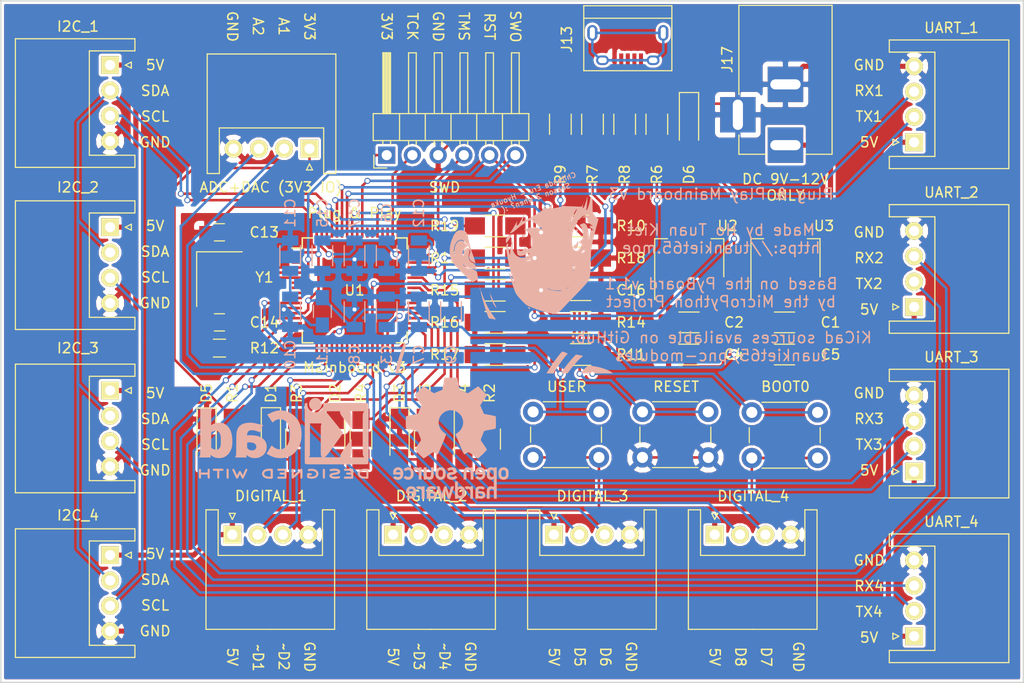
<source format=kicad_pcb>
(kicad_pcb (version 4) (host pcbnew 4.0.7)
  (layers (0 F.Cu signal) (31 B.Cu signal hide) (34 B.Paste user) (35 F.Paste user) (36 B.SilkS user hide) (37 F.SilkS user hide) (38 B.Mask user) (39 F.Mask user) (44 Edge.Cuts user))
  (net 0 "")
  (net 1 GND)
  (net 2 +3V3)
  (net 3 /RX1)
  (net 4 /TX1)
  (net 5 +5V)
  (net 6 /RX2)
  (net 7 /TX2)
  (net 8 /RX3)
  (net 9 /TX3)
  (net 10 /RX4)
  (net 11 /TX4)
  (net 12 /HSE_IN)
  (net 13 /HSE_OUT)
  (net 14 /D2)
  (net 15 /D4)
  (net 16 /D3)
  (net 17 /D6)
  (net 18 /D5)
  (net 19 /D8)
  (net 20 /D7)
  (net 21 /I2C1_SCL)
  (net 22 /I2C1_SDA)
  (net 23 "Net-(J13-Pad2)")
  (net 24 "Net-(J13-Pad3)")
  (net 25 "Net-(J13-Pad4)")
  (net 26 /JTMS_SWDIO)
  (net 27 /JTCK_SWCLK)
  (net 28 /USB_VBUS)
  (net 29 /USB_ID)
  (net 30 /BOOT0)
  (net 31 /USER_BUTTON)
  (net 32 /NRST)
  (net 33 /MICROSD_D3)
  (net 34 /VCAP1)
  (net 35 /VCAP2)
  (net 36 "Net-(D1-Pad2)")
  (net 37 "Net-(D2-Pad2)")
  (net 38 "Net-(D3-Pad2)")
  (net 39 "Net-(D4-Pad2)")
  (net 40 /LED_RED)
  (net 41 /LED_GREEN)
  (net 42 /LED_BLUE)
  (net 43 /LED_WHITE)
  (net 44 "Net-(R14-Pad2)")
  (net 45 /PB5)
  (net 46 "Net-(C10-Pad1)")
  (net 47 "Net-(D5-Pad2)")
  (net 48 "Net-(J13-Pad6)")
  (net 49 /JTDO_SWO)
  (net 50 /USB_D+)
  (net 51 /USB_D-)
  (net 52 "Net-(C1-Pad1)")
  (net 53 "Net-(C14-Pad1)")
  (net 54 /ANALOG1)
  (net 55 /ANALOG2)
  (net 56 /D1)
  (module Symbols:OSHW-Logo_11.4x12mm_SilkScreen (layer B.Cu) (at 144.145 111.125 180)
    (fp_text reference REF*** hide)
    (fp_text value OSHW-Logo_11.4x12mm_SilkScreen hide)
  )
  (module Buttons_Switches_THT:SW_PUSH_6mm (layer F.Cu) (at 163.045 108.53)
    (fp_text reference SW3 hide)
    (fp_text value RST)
    (pad 2 thru_hole circle (at 0 4.5 90) (size 2 2) (drill 1.1) (layers *.Cu *.Mask) (net 1 GND))
    (pad 1 thru_hole circle (at 0 0 90) (size 2 2) (drill 1.1) (layers *.Cu *.Mask) (net 32 /NRST))
    (pad 2 thru_hole circle (at 6.5 4.5 90) (size 2 2) (drill 1.1) (layers *.Cu *.Mask) (net 1 GND))
    (pad 1 thru_hole circle (at 6.5 0 90) (size 2 2) (drill 1.1) (layers *.Cu *.Mask) (net 32 /NRST))
  )
  (module Capacitors_SMD:C_1206_HandSoldering (layer F.Cu) (at 167.64 99.695 180)
    (fp_text reference C2 (at -4.445 0 180) (layer F.SilkS))
    (fp_text value 100n)
    (pad 1 smd rect (at -2 0 180) (size 2 1.6) (layers F.Cu F.Paste F.Mask) (net 5 +5V))
    (pad 2 smd rect (at 2 0 180) (size 2 1.6) (layers F.Cu F.Paste F.Mask) (net 1 GND))
  )
  (module Housings_QFP:LQFP-64_10x10mm_Pitch0.5mm (layer F.Cu) (at 134.635 96.535)
    (fp_text reference U1 (at 0 0) (layer F.SilkS))
    (fp_text value STM32F405RGTx)
    (pad 1 smd rect (at -5.7 -3.75) (size 1 0.25) (layers F.Cu F.Paste F.Mask) (net 2 +3V3))
    (pad 2 smd rect (at -5.7 -3.25) (size 1 0.25) (layers F.Cu F.Paste F.Mask))
    (pad 3 smd rect (at -5.7 -2.75) (size 1 0.25) (layers F.Cu F.Paste F.Mask))
    (pad 4 smd rect (at -5.7 -2.25) (size 1 0.25) (layers F.Cu F.Paste F.Mask))
    (pad 5 smd rect (at -5.7 -1.75) (size 1 0.25) (layers F.Cu F.Paste F.Mask) (net 12 /HSE_IN))
    (pad 6 smd rect (at -5.7 -1.25) (size 1 0.25) (layers F.Cu F.Paste F.Mask) (net 13 /HSE_OUT))
    (pad 7 smd rect (at -5.7 -0.75) (size 1 0.25) (layers F.Cu F.Paste F.Mask) (net 32 /NRST))
    (pad 8 smd rect (at -5.7 -0.25) (size 1 0.25) (layers F.Cu F.Paste F.Mask))
    (pad 9 smd rect (at -5.7 0.25) (size 1 0.25) (layers F.Cu F.Paste F.Mask))
    (pad 10 smd rect (at -5.7 0.75) (size 1 0.25) (layers F.Cu F.Paste F.Mask))
    (pad 11 smd rect (at -5.7 1.25) (size 1 0.25) (layers F.Cu F.Paste F.Mask) (net 31 /USER_BUTTON))
    (pad 12 smd rect (at -5.7 1.75) (size 1 0.25) (layers F.Cu F.Paste F.Mask) (net 1 GND))
    (pad 13 smd rect (at -5.7 2.25) (size 1 0.25) (layers F.Cu F.Paste F.Mask) (net 2 +3V3))
    (pad 14 smd rect (at -5.7 2.75) (size 1 0.25) (layers F.Cu F.Paste F.Mask) (net 11 /TX4))
    (pad 15 smd rect (at -5.7 3.25) (size 1 0.25) (layers F.Cu F.Paste F.Mask) (net 10 /RX4))
    (pad 16 smd rect (at -5.7 3.75) (size 1 0.25) (layers F.Cu F.Paste F.Mask) (net 7 /TX2))
    (pad 17 smd rect (at -3.75 5.7 90) (size 1 0.25) (layers F.Cu F.Paste F.Mask) (net 6 /RX2))
    (pad 18 smd rect (at -3.25 5.7 90) (size 1 0.25) (layers F.Cu F.Paste F.Mask) (net 1 GND))
    (pad 19 smd rect (at -2.75 5.7 90) (size 1 0.25) (layers F.Cu F.Paste F.Mask) (net 2 +3V3))
    (pad 20 smd rect (at -2.25 5.7 90) (size 1 0.25) (layers F.Cu F.Paste F.Mask) (net 54 /ANALOG1))
    (pad 21 smd rect (at -1.75 5.7 90) (size 1 0.25) (layers F.Cu F.Paste F.Mask) (net 55 /ANALOG2))
    (pad 22 smd rect (at -1.25 5.7 90) (size 1 0.25) (layers F.Cu F.Paste F.Mask) (net 56 /D1))
    (pad 23 smd rect (at -0.75 5.7 90) (size 1 0.25) (layers F.Cu F.Paste F.Mask) (net 14 /D2))
    (pad 24 smd rect (at -0.25 5.7 90) (size 1 0.25) (layers F.Cu F.Paste F.Mask) (net 18 /D5))
    (pad 25 smd rect (at 0.25 5.7 90) (size 1 0.25) (layers F.Cu F.Paste F.Mask) (net 17 /D6))
    (pad 26 smd rect (at 0.75 5.7 90) (size 1 0.25) (layers F.Cu F.Paste F.Mask) (net 16 /D3))
    (pad 27 smd rect (at 1.25 5.7 90) (size 1 0.25) (layers F.Cu F.Paste F.Mask) (net 15 /D4))
    (pad 28 smd rect (at 1.75 5.7 90) (size 1 0.25) (layers F.Cu F.Paste F.Mask) (net 44 "Net-(R14-Pad2)"))
    (pad 29 smd rect (at 2.25 5.7 90) (size 1 0.25) (layers F.Cu F.Paste F.Mask) (net 9 /TX3))
    (pad 30 smd rect (at 2.75 5.7 90) (size 1 0.25) (layers F.Cu F.Paste F.Mask) (net 8 /RX3))
    (pad 31 smd rect (at 3.25 5.7 90) (size 1 0.25) (layers F.Cu F.Paste F.Mask) (net 34 /VCAP1))
    (pad 32 smd rect (at 3.75 5.7 90) (size 1 0.25) (layers F.Cu F.Paste F.Mask) (net 2 +3V3))
    (pad 33 smd rect (at 5.7 3.75) (size 1 0.25) (layers F.Cu F.Paste F.Mask) (net 20 /D7))
    (pad 34 smd rect (at 5.7 3.25) (size 1 0.25) (layers F.Cu F.Paste F.Mask) (net 19 /D8))
    (pad 35 smd rect (at 5.7 2.75) (size 1 0.25) (layers F.Cu F.Paste F.Mask) (net 40 /LED_RED))
    (pad 36 smd rect (at 5.7 2.25) (size 1 0.25) (layers F.Cu F.Paste F.Mask) (net 41 /LED_GREEN))
    (pad 37 smd rect (at 5.7 1.75) (size 1 0.25) (layers F.Cu F.Paste F.Mask) (net 42 /LED_BLUE))
    (pad 38 smd rect (at 5.7 1.25) (size 1 0.25) (layers F.Cu F.Paste F.Mask))
    (pad 39 smd rect (at 5.7 0.75) (size 1 0.25) (layers F.Cu F.Paste F.Mask))
    (pad 40 smd rect (at 5.7 0.25) (size 1 0.25) (layers F.Cu F.Paste F.Mask))
    (pad 41 smd rect (at 5.7 -0.25) (size 1 0.25) (layers F.Cu F.Paste F.Mask) (net 43 /LED_WHITE))
    (pad 42 smd rect (at 5.7 -0.75) (size 1 0.25) (layers F.Cu F.Paste F.Mask) (net 28 /USB_VBUS))
    (pad 43 smd rect (at 5.7 -1.25) (size 1 0.25) (layers F.Cu F.Paste F.Mask) (net 29 /USB_ID))
    (pad 44 smd rect (at 5.7 -1.75) (size 1 0.25) (layers F.Cu F.Paste F.Mask) (net 51 /USB_D-))
    (pad 45 smd rect (at 5.7 -2.25) (size 1 0.25) (layers F.Cu F.Paste F.Mask) (net 50 /USB_D+))
    (pad 46 smd rect (at 5.7 -2.75) (size 1 0.25) (layers F.Cu F.Paste F.Mask) (net 26 /JTMS_SWDIO))
    (pad 47 smd rect (at 5.7 -3.25) (size 1 0.25) (layers F.Cu F.Paste F.Mask) (net 35 /VCAP2))
    (pad 48 smd rect (at 5.7 -3.75) (size 1 0.25) (layers F.Cu F.Paste F.Mask) (net 2 +3V3))
    (pad 49 smd rect (at 3.75 -5.7 90) (size 1 0.25) (layers F.Cu F.Paste F.Mask) (net 27 /JTCK_SWCLK))
    (pad 50 smd rect (at 3.25 -5.7 90) (size 1 0.25) (layers F.Cu F.Paste F.Mask))
    (pad 51 smd rect (at 2.75 -5.7 90) (size 1 0.25) (layers F.Cu F.Paste F.Mask))
    (pad 52 smd rect (at 2.25 -5.7 90) (size 1 0.25) (layers F.Cu F.Paste F.Mask) (net 33 /MICROSD_D3))
    (pad 53 smd rect (at 1.75 -5.7 90) (size 1 0.25) (layers F.Cu F.Paste F.Mask))
    (pad 54 smd rect (at 1.25 -5.7 90) (size 1 0.25) (layers F.Cu F.Paste F.Mask))
    (pad 55 smd rect (at 0.75 -5.7 90) (size 1 0.25) (layers F.Cu F.Paste F.Mask) (net 49 /JTDO_SWO))
    (pad 56 smd rect (at 0.25 -5.7 90) (size 1 0.25) (layers F.Cu F.Paste F.Mask))
    (pad 57 smd rect (at -0.25 -5.7 90) (size 1 0.25) (layers F.Cu F.Paste F.Mask) (net 45 /PB5))
    (pad 58 smd rect (at -0.75 -5.7 90) (size 1 0.25) (layers F.Cu F.Paste F.Mask) (net 4 /TX1))
    (pad 59 smd rect (at -1.25 -5.7 90) (size 1 0.25) (layers F.Cu F.Paste F.Mask) (net 3 /RX1))
    (pad 60 smd rect (at -1.75 -5.7 90) (size 1 0.25) (layers F.Cu F.Paste F.Mask) (net 30 /BOOT0))
    (pad 61 smd rect (at -2.25 -5.7 90) (size 1 0.25) (layers F.Cu F.Paste F.Mask) (net 21 /I2C1_SCL))
    (pad 62 smd rect (at -2.75 -5.7 90) (size 1 0.25) (layers F.Cu F.Paste F.Mask) (net 22 /I2C1_SDA))
    (pad 63 smd rect (at -3.25 -5.7 90) (size 1 0.25) (layers F.Cu F.Paste F.Mask) (net 1 GND))
    (pad 64 smd rect (at -3.75 -5.7 90) (size 1 0.25) (layers F.Cu F.Paste F.Mask) (net 2 +3V3))
  )
  (module Buttons_Switches_THT:SW_PUSH_6mm (layer F.Cu) (at 152.25 108.53)
    (fp_text reference SW2 hide)
    (fp_text value USR)
    (pad 2 thru_hole circle (at 0 4.5 90) (size 2 2) (drill 1.1) (layers *.Cu *.Mask) (net 5 +5V))
    (pad 1 thru_hole circle (at 0 0 90) (size 2 2) (drill 1.1) (layers *.Cu *.Mask) (net 31 /USER_BUTTON))
    (pad 2 thru_hole circle (at 6.5 4.5 90) (size 2 2) (drill 1.1) (layers *.Cu *.Mask) (net 5 +5V))
    (pad 1 thru_hole circle (at 6.5 0 90) (size 2 2) (drill 1.1) (layers *.Cu *.Mask) (net 31 /USER_BUTTON))
  )
  (module Resistors_SMD:R_1206_HandSoldering (layer F.Cu) (at 135.255 111.22 90)
    (fp_text reference R4 (at 4.54 0 270) (layer F.SilkS))
    (fp_text value 220)
    (pad 1 smd rect (at -2 0 90) (size 2 1.7) (layers F.Cu F.Paste F.Mask) (net 37 "Net-(D2-Pad2)"))
    (pad 2 smd rect (at 2 0 90) (size 2 1.7) (layers F.Cu F.Paste F.Mask) (net 41 /LED_GREEN))
  )
  (module Connectors_JST:JST_XH_S04B-XH-A_04x2.50mm_Angled (layer F.Cu) (at 110.49 90.297 270)
    (fp_text reference J10 hide)
    (fp_text value I2C_2)
    (pad 1 thru_hole rect (at 0 0 270) (size 1.75 1.75) (drill 1) (layers *.Cu *.Mask F.SilkS) (net 5 +5V))
    (pad 2 thru_hole circle (at 2.5 0 270) (size 1.75 1.75) (drill 1) (layers *.Cu *.Mask F.SilkS) (net 22 /I2C1_SDA))
    (pad 3 thru_hole circle (at 5 0 270) (size 1.75 1.75) (drill 1) (layers *.Cu *.Mask F.SilkS) (net 21 /I2C1_SCL))
    (pad 4 thru_hole circle (at 7.5 0 270) (size 1.75 1.75) (drill 1) (layers *.Cu *.Mask F.SilkS) (net 1 GND))
  )
  (module Connectors_JST:JST_XH_S04B-XH-A_04x2.50mm_Angled (layer F.Cu) (at 110.49 106.419 270)
    (fp_text reference J11 hide)
    (fp_text value I2C_3)
    (pad 1 thru_hole rect (at 0 0 270) (size 1.75 1.75) (drill 1) (layers *.Cu *.Mask F.SilkS) (net 5 +5V))
    (pad 2 thru_hole circle (at 2.5 0 270) (size 1.75 1.75) (drill 1) (layers *.Cu *.Mask F.SilkS) (net 22 /I2C1_SDA))
    (pad 3 thru_hole circle (at 5 0 270) (size 1.75 1.75) (drill 1) (layers *.Cu *.Mask F.SilkS) (net 21 /I2C1_SCL))
    (pad 4 thru_hole circle (at 7.5 0 270) (size 1.75 1.75) (drill 1) (layers *.Cu *.Mask F.SilkS) (net 1 GND))
  )
  (module Resistors_SMD:R_1206_HandSoldering (layer F.Cu) (at 148.495 90.17 180)
    (fp_text reference R19 (at 4.985 0 360) (layer F.SilkS))
    (fp_text value 10k)
    (pad 1 smd rect (at -2 0 180) (size 2 1.7) (layers F.Cu F.Paste F.Mask) (net 5 +5V))
    (pad 2 smd rect (at 2 0 180) (size 2 1.7) (layers F.Cu F.Paste F.Mask) (net 22 /I2C1_SDA))
  )
  (module Capacitors_SMD:C_1206_HandSoldering (layer F.Cu) (at 177.07 99.695 180)
    (fp_text reference C1 (at -4.54 0 180) (layer F.SilkS))
    (fp_text value 100n)
    (pad 1 smd rect (at -2 0 180) (size 2 1.6) (layers F.Cu F.Paste F.Mask) (net 52 "Net-(C1-Pad1)"))
    (pad 2 smd rect (at 2 0 180) (size 2 1.6) (layers F.Cu F.Paste F.Mask) (net 1 GND))
  )
  (module Capacitors_SMD:C_0805_HandSoldering (layer F.Cu) (at 121.285 90.805 180)
    (fp_text reference C13 (at -4.425 0 180) (layer F.SilkS))
    (fp_text value 5.6p)
    (pad 1 smd rect (at -1.25 0 180) (size 1.5 1.25) (layers F.Cu F.Paste F.Mask) (net 12 /HSE_IN))
    (pad 2 smd rect (at 1.25 0 180) (size 1.5 1.25) (layers F.Cu F.Paste F.Mask) (net 1 GND))
  )
  (module Capacitors_SMD:C_0805_HandSoldering (layer F.Cu) (at 121.285 99.695 180)
    (fp_text reference C14 (at -4.445 0 180) (layer F.SilkS))
    (fp_text value 5.6p)
    (pad 1 smd rect (at -1.25 0 180) (size 1.5 1.25) (layers F.Cu F.Paste F.Mask) (net 53 "Net-(C14-Pad1)"))
    (pad 2 smd rect (at 1.25 0 180) (size 1.5 1.25) (layers F.Cu F.Paste F.Mask) (net 1 GND))
  )
  (module LEDs:LED_1206_HandSoldering (layer F.Cu) (at 126.365 111.22 270)
    (fp_text reference D1 (at -4.54 0 450) (layer F.SilkS))
    (fp_text value RED)
    (pad 1 smd rect (at -2 0 270) (size 2 1.7) (layers F.Cu F.Paste F.Mask) (net 1 GND))
    (pad 2 smd rect (at 2 0 270) (size 2 1.7) (layers F.Cu F.Paste F.Mask) (net 36 "Net-(D1-Pad2)"))
  )
  (module LEDs:LED_1206_HandSoldering (layer F.Cu) (at 132.715 111.22 270)
    (fp_text reference D2 (at -4.54 0 450) (layer F.SilkS))
    (fp_text value GREEN)
    (pad 1 smd rect (at -2 0 270) (size 2 1.7) (layers F.Cu F.Paste F.Mask) (net 1 GND))
    (pad 2 smd rect (at 2 0 270) (size 2 1.7) (layers F.Cu F.Paste F.Mask) (net 37 "Net-(D2-Pad2)"))
  )
  (module LEDs:LED_1206_HandSoldering (layer F.Cu) (at 139.065 111.22 270)
    (fp_text reference D3 (at -4.54 0 450) (layer F.SilkS))
    (fp_text value BLUE)
    (pad 1 smd rect (at -2 0 270) (size 2 1.7) (layers F.Cu F.Paste F.Mask) (net 1 GND))
    (pad 2 smd rect (at 2 0 270) (size 2 1.7) (layers F.Cu F.Paste F.Mask) (net 38 "Net-(D3-Pad2)"))
  )
  (module LEDs:LED_1206_HandSoldering (layer F.Cu) (at 145.415 111.22 270)
    (fp_text reference D4 (at -4.54 0 450) (layer F.SilkS))
    (fp_text value WHITE)
    (pad 1 smd rect (at -2 0 270) (size 2 1.7) (layers F.Cu F.Paste F.Mask) (net 1 GND))
    (pad 2 smd rect (at 2 0 270) (size 2 1.7) (layers F.Cu F.Paste F.Mask) (net 39 "Net-(D4-Pad2)"))
  )
  (module Connectors_JST:JST_XH_S04B-XH-A_04x2.50mm_Angled (layer F.Cu) (at 189.865 81.915 90)
    (fp_text reference J1 hide)
    (fp_text value UART_1)
    (pad 1 thru_hole rect (at 0 0 90) (size 1.75 1.75) (drill 1) (layers *.Cu *.Mask F.SilkS) (net 5 +5V))
    (pad 2 thru_hole circle (at 2.5 0 90) (size 1.75 1.75) (drill 1) (layers *.Cu *.Mask F.SilkS) (net 4 /TX1))
    (pad 3 thru_hole circle (at 5 0 90) (size 1.75 1.75) (drill 1) (layers *.Cu *.Mask F.SilkS) (net 3 /RX1))
    (pad 4 thru_hole circle (at 7.5 0 90) (size 1.75 1.75) (drill 1) (layers *.Cu *.Mask F.SilkS) (net 1 GND))
  )
  (module Connectors_JST:JST_XH_S04B-XH-A_04x2.50mm_Angled (layer F.Cu) (at 189.865 98.171 90)
    (fp_text reference J2 hide)
    (fp_text value UART_2)
    (pad 1 thru_hole rect (at 0 0 90) (size 1.75 1.75) (drill 1) (layers *.Cu *.Mask F.SilkS) (net 5 +5V))
    (pad 2 thru_hole circle (at 2.5 0 90) (size 1.75 1.75) (drill 1) (layers *.Cu *.Mask F.SilkS) (net 7 /TX2))
    (pad 3 thru_hole circle (at 5 0 90) (size 1.75 1.75) (drill 1) (layers *.Cu *.Mask F.SilkS) (net 6 /RX2))
    (pad 4 thru_hole circle (at 7.5 0 90) (size 1.75 1.75) (drill 1) (layers *.Cu *.Mask F.SilkS) (net 1 GND))
  )
  (module Connectors_JST:JST_XH_S04B-XH-A_04x2.50mm_Angled (layer F.Cu) (at 189.865 114.427 90)
    (fp_text reference J3 hide)
    (fp_text value UART_3)
    (pad 1 thru_hole rect (at 0 0 90) (size 1.75 1.75) (drill 1) (layers *.Cu *.Mask F.SilkS) (net 5 +5V))
    (pad 2 thru_hole circle (at 2.5 0 90) (size 1.75 1.75) (drill 1) (layers *.Cu *.Mask F.SilkS) (net 9 /TX3))
    (pad 3 thru_hole circle (at 5 0 90) (size 1.75 1.75) (drill 1) (layers *.Cu *.Mask F.SilkS) (net 8 /RX3))
    (pad 4 thru_hole circle (at 7.5 0 90) (size 1.75 1.75) (drill 1) (layers *.Cu *.Mask F.SilkS) (net 1 GND))
  )
  (module Connectors_JST:JST_XH_S04B-XH-A_04x2.50mm_Angled (layer F.Cu) (at 189.865 130.683 90)
    (fp_text reference J4 hide)
    (fp_text value UART_4)
    (pad 1 thru_hole rect (at 0 0 90) (size 1.75 1.75) (drill 1) (layers *.Cu *.Mask F.SilkS) (net 5 +5V))
    (pad 2 thru_hole circle (at 2.5 0 90) (size 1.75 1.75) (drill 1) (layers *.Cu *.Mask F.SilkS) (net 11 /TX4))
    (pad 3 thru_hole circle (at 5 0 90) (size 1.75 1.75) (drill 1) (layers *.Cu *.Mask F.SilkS) (net 10 /RX4))
    (pad 4 thru_hole circle (at 7.5 0 90) (size 1.75 1.75) (drill 1) (layers *.Cu *.Mask F.SilkS) (net 1 GND))
  )
  (module Connectors_JST:JST_XH_S04B-XH-A_04x2.50mm_Angled (layer F.Cu) (at 122.555 120.65)
    (fp_text reference J5 hide)
    (fp_text value DIGITAL_1)
    (pad 1 thru_hole rect (at 0 0) (size 1.75 1.75) (drill 1) (layers *.Cu *.Mask F.SilkS) (net 5 +5V))
    (pad 2 thru_hole circle (at 2.5 0) (size 1.75 1.75) (drill 1) (layers *.Cu *.Mask F.SilkS) (net 56 /D1))
    (pad 3 thru_hole circle (at 5 0) (size 1.75 1.75) (drill 1) (layers *.Cu *.Mask F.SilkS) (net 14 /D2))
    (pad 4 thru_hole circle (at 7.5 0) (size 1.75 1.75) (drill 1) (layers *.Cu *.Mask F.SilkS) (net 1 GND))
  )
  (module Connectors_JST:JST_XH_S04B-XH-A_04x2.50mm_Angled (layer F.Cu) (at 138.43 120.65)
    (fp_text reference J6 hide)
    (fp_text value DIGITAL_2)
    (pad 1 thru_hole rect (at 0 0) (size 1.75 1.75) (drill 1) (layers *.Cu *.Mask F.SilkS) (net 5 +5V))
    (pad 2 thru_hole circle (at 2.5 0) (size 1.75 1.75) (drill 1) (layers *.Cu *.Mask F.SilkS) (net 16 /D3))
    (pad 3 thru_hole circle (at 5 0) (size 1.75 1.75) (drill 1) (layers *.Cu *.Mask F.SilkS) (net 15 /D4))
    (pad 4 thru_hole circle (at 7.5 0) (size 1.75 1.75) (drill 1) (layers *.Cu *.Mask F.SilkS) (net 1 GND))
  )
  (module Connectors_JST:JST_XH_S04B-XH-A_04x2.50mm_Angled (layer F.Cu) (at 154.305 120.65)
    (fp_text reference J7 hide)
    (fp_text value DIGITAL_3)
    (pad 1 thru_hole rect (at 0 0) (size 1.75 1.75) (drill 1) (layers *.Cu *.Mask F.SilkS) (net 5 +5V))
    (pad 2 thru_hole circle (at 2.5 0) (size 1.75 1.75) (drill 1) (layers *.Cu *.Mask F.SilkS) (net 18 /D5))
    (pad 3 thru_hole circle (at 5 0) (size 1.75 1.75) (drill 1) (layers *.Cu *.Mask F.SilkS) (net 17 /D6))
    (pad 4 thru_hole circle (at 7.5 0) (size 1.75 1.75) (drill 1) (layers *.Cu *.Mask F.SilkS) (net 1 GND))
  )
  (module Connectors_JST:JST_XH_S04B-XH-A_04x2.50mm_Angled (layer F.Cu) (at 170.18 120.65)
    (fp_text reference J8 hide)
    (fp_text value DIGITAL_4)
    (pad 1 thru_hole rect (at 0 0) (size 1.75 1.75) (drill 1) (layers *.Cu *.Mask F.SilkS) (net 5 +5V))
    (pad 2 thru_hole circle (at 2.5 0) (size 1.75 1.75) (drill 1) (layers *.Cu *.Mask F.SilkS) (net 20 /D7))
    (pad 3 thru_hole circle (at 5 0) (size 1.75 1.75) (drill 1) (layers *.Cu *.Mask F.SilkS) (net 19 /D8))
    (pad 4 thru_hole circle (at 7.5 0) (size 1.75 1.75) (drill 1) (layers *.Cu *.Mask F.SilkS) (net 1 GND))
  )
  (module Connectors_JST:JST_XH_S04B-XH-A_04x2.50mm_Angled (layer F.Cu) (at 110.49 74.295 270)
    (fp_text reference J9 hide)
    (fp_text value I2C_1)
    (pad 1 thru_hole rect (at 0 0 270) (size 1.75 1.75) (drill 1) (layers *.Cu *.Mask F.SilkS) (net 5 +5V))
    (pad 2 thru_hole circle (at 2.5 0 270) (size 1.75 1.75) (drill 1) (layers *.Cu *.Mask F.SilkS) (net 22 /I2C1_SDA))
    (pad 3 thru_hole circle (at 5 0 270) (size 1.75 1.75) (drill 1) (layers *.Cu *.Mask F.SilkS) (net 21 /I2C1_SCL))
    (pad 4 thru_hole circle (at 7.5 0 270) (size 1.75 1.75) (drill 1) (layers *.Cu *.Mask F.SilkS) (net 1 GND))
  )
  (module Connectors_JST:JST_XH_S04B-XH-A_04x2.50mm_Angled (layer F.Cu) (at 110.49 122.675 270)
    (fp_text reference J12 hide)
    (fp_text value I2C_4)
    (pad 1 thru_hole rect (at 0 0 270) (size 1.75 1.75) (drill 1) (layers *.Cu *.Mask F.SilkS) (net 5 +5V))
    (pad 2 thru_hole circle (at 2.5 0 270) (size 1.75 1.75) (drill 1) (layers *.Cu *.Mask F.SilkS) (net 22 /I2C1_SDA))
    (pad 3 thru_hole circle (at 5 0 270) (size 1.75 1.75) (drill 1) (layers *.Cu *.Mask F.SilkS) (net 21 /I2C1_SCL))
    (pad 4 thru_hole circle (at 7.5 0 270) (size 1.75 1.75) (drill 1) (layers *.Cu *.Mask F.SilkS) (net 1 GND))
  )
  (module Connectors:USB_Micro-B (layer F.Cu) (at 161.6 72.47 180)
    (fp_text reference J13 (at 6.025 0.715 270) (layer F.SilkS))
    (fp_text value USB_OTG)
    (pad 1 smd rect (at -1.3 -1.35 270) (size 1.35 0.4) (layers F.Cu F.Paste F.Mask) (net 5 +5V))
    (pad 2 smd rect (at -0.65 -1.35 270) (size 1.35 0.4) (layers F.Cu F.Paste F.Mask) (net 23 "Net-(J13-Pad2)"))
    (pad 3 smd rect (at 0 -1.35 270) (size 1.35 0.4) (layers F.Cu F.Paste F.Mask) (net 24 "Net-(J13-Pad3)"))
    (pad 4 smd rect (at 0.65 -1.35 270) (size 1.35 0.4) (layers F.Cu F.Paste F.Mask) (net 25 "Net-(J13-Pad4)"))
    (pad 5 smd rect (at 1.3 -1.35 270) (size 1.35 0.4) (layers F.Cu F.Paste F.Mask) (net 1 GND))
    (pad 6 thru_hole oval (at -2.5 -1.35 270) (size 0.95 1.25) (drill oval 0.55 0.85) (layers *.Cu *.Mask) (net 48 "Net-(J13-Pad6)"))
    (pad 6 thru_hole oval (at 2.5 -1.35 270) (size 0.95 1.25) (drill oval 0.55 0.85) (layers *.Cu *.Mask) (net 48 "Net-(J13-Pad6)"))
    (pad 6 thru_hole oval (at -3.5 1.35 270) (size 1.55 1) (drill oval 1.15 0.5) (layers *.Cu *.Mask) (net 48 "Net-(J13-Pad6)"))
    (pad 6 thru_hole oval (at 3.5 1.35 270) (size 1.55 1) (drill oval 1.15 0.5) (layers *.Cu *.Mask) (net 48 "Net-(J13-Pad6)"))
  )
  (module Resistors_SMD:R_1206_HandSoldering (layer F.Cu) (at 122.555 111.22 270)
    (fp_text reference R1 (at -4.54 0 270) (layer F.SilkS))
    (fp_text value 220)
    (pad 1 smd rect (at -2 0 270) (size 2 1.7) (layers F.Cu F.Paste F.Mask) (net 2 +3V3))
    (pad 2 smd rect (at 2 0 270) (size 2 1.7) (layers F.Cu F.Paste F.Mask) (net 47 "Net-(D5-Pad2)"))
  )
  (module Resistors_SMD:R_1206_HandSoldering (layer F.Cu) (at 147.955 111.22 90)
    (fp_text reference R2 (at 4.54 0 90) (layer F.SilkS))
    (fp_text value 220)
    (pad 1 smd rect (at -2 0 90) (size 2 1.7) (layers F.Cu F.Paste F.Mask) (net 39 "Net-(D4-Pad2)"))
    (pad 2 smd rect (at 2 0 90) (size 2 1.7) (layers F.Cu F.Paste F.Mask) (net 43 /LED_WHITE))
  )
  (module Resistors_SMD:R_1206_HandSoldering (layer F.Cu) (at 128.905 111.22 90)
    (fp_text reference R3 (at 4.54 0 270) (layer F.SilkS))
    (fp_text value 220)
    (pad 1 smd rect (at -2 0 90) (size 2 1.7) (layers F.Cu F.Paste F.Mask) (net 36 "Net-(D1-Pad2)"))
    (pad 2 smd rect (at 2 0 90) (size 2 1.7) (layers F.Cu F.Paste F.Mask) (net 40 /LED_RED))
  )
  (module Resistors_SMD:R_1206_HandSoldering (layer F.Cu) (at 141.605 111.22 90)
    (fp_text reference R5 (at 4.54 0 90) (layer F.SilkS))
    (fp_text value 220)
    (pad 1 smd rect (at -2 0 90) (size 2 1.7) (layers F.Cu F.Paste F.Mask) (net 38 "Net-(D3-Pad2)"))
    (pad 2 smd rect (at 2 0 90) (size 2 1.7) (layers F.Cu F.Paste F.Mask) (net 42 /LED_BLUE))
  )
  (module Resistors_SMD:R_1206_HandSoldering (layer F.Cu) (at 164.465 80.137 90)
    (fp_text reference R6 (at -4.953 0 90) (layer F.SilkS))
    (fp_text value 560)
    (pad 1 smd rect (at -2 0 90) (size 2 1.7) (layers F.Cu F.Paste F.Mask) (net 28 /USB_VBUS))
    (pad 2 smd rect (at 2 0 90) (size 2 1.7) (layers F.Cu F.Paste F.Mask) (net 5 +5V))
  )
  (module Resistors_SMD:R_1206_HandSoldering (layer F.Cu) (at 158.115 80.137 90)
    (fp_text reference R7 (at -4.953 0 90) (layer F.SilkS))
    (fp_text value 22)
    (pad 1 smd rect (at -2 0 90) (size 2 1.7) (layers F.Cu F.Paste F.Mask) (net 50 /USB_D+))
    (pad 2 smd rect (at 2 0 90) (size 2 1.7) (layers F.Cu F.Paste F.Mask) (net 24 "Net-(J13-Pad3)"))
  )
  (module Resistors_SMD:R_1206_HandSoldering (layer F.Cu) (at 161.29 80.137 90)
    (fp_text reference R8 (at -4.953 0 90) (layer F.SilkS))
    (fp_text value 22)
    (pad 1 smd rect (at -2 0 90) (size 2 1.7) (layers F.Cu F.Paste F.Mask) (net 51 /USB_D-))
    (pad 2 smd rect (at 2 0 90) (size 2 1.7) (layers F.Cu F.Paste F.Mask) (net 23 "Net-(J13-Pad2)"))
  )
  (module Resistors_SMD:R_1206_HandSoldering (layer F.Cu) (at 154.94 80.137 90)
    (fp_text reference R9 (at -4.953 0 90) (layer F.SilkS))
    (fp_text value 560)
    (pad 1 smd rect (at -2 0 90) (size 2 1.7) (layers F.Cu F.Paste F.Mask) (net 29 /USB_ID))
    (pad 2 smd rect (at 2 0 90) (size 2 1.7) (layers F.Cu F.Paste F.Mask) (net 25 "Net-(J13-Pad4)"))
  )
  (module Resistors_SMD:R_1206_HandSoldering (layer F.Cu) (at 156.94 90.17)
    (fp_text reference R10 (at 4.985 0 180) (layer F.SilkS))
    (fp_text value 10k)
    (pad 1 smd rect (at -2 0) (size 2 1.7) (layers F.Cu F.Paste F.Mask) (net 30 /BOOT0))
    (pad 2 smd rect (at 2 0) (size 2 1.7) (layers F.Cu F.Paste F.Mask) (net 1 GND))
  )
  (module Resistors_SMD:R_1206_HandSoldering (layer F.Cu) (at 156.94 102.87)
    (fp_text reference R11 (at 4.985 0) (layer F.SilkS))
    (fp_text value 10k)
    (pad 1 smd rect (at -2 0) (size 2 1.7) (layers F.Cu F.Paste F.Mask) (net 31 /USER_BUTTON))
    (pad 2 smd rect (at 2 0) (size 2 1.7) (layers F.Cu F.Paste F.Mask) (net 1 GND))
  )
  (module Resistors_SMD:R_1206_HandSoldering (layer F.Cu) (at 148.495 93.345 180)
    (fp_text reference R13 (at 4.985 0 360) (layer F.SilkS))
    (fp_text value 10k)
    (pad 1 smd rect (at -2 0 180) (size 2 1.7) (layers F.Cu F.Paste F.Mask) (net 5 +5V))
    (pad 2 smd rect (at 2 0 180) (size 2 1.7) (layers F.Cu F.Paste F.Mask) (net 21 /I2C1_SCL))
  )
  (module Resistors_SMD:R_1206_HandSoldering (layer F.Cu) (at 156.94 99.695 180)
    (fp_text reference R14 (at -4.985 0 180) (layer F.SilkS))
    (fp_text value 10k)
    (pad 1 smd rect (at -2 0 180) (size 2 1.7) (layers F.Cu F.Paste F.Mask) (net 1 GND))
    (pad 2 smd rect (at 2 0 180) (size 2 1.7) (layers F.Cu F.Paste F.Mask) (net 44 "Net-(R14-Pad2)"))
  )
  (module Resistors_SMD:R_1206_HandSoldering (layer F.Cu) (at 148.495 96.52)
    (fp_text reference R15 (at -4.985 0 180) (layer F.SilkS))
    (fp_text value 10k)
    (pad 1 smd rect (at -2 0) (size 2 1.7) (layers F.Cu F.Paste F.Mask) (net 1 GND))
    (pad 2 smd rect (at 2 0) (size 2 1.7) (layers F.Cu F.Paste F.Mask) (net 29 /USB_ID))
  )
  (module Resistors_SMD:R_1206_HandSoldering (layer F.Cu) (at 148.495 99.695)
    (fp_text reference R16 (at -4.985 0 180) (layer F.SilkS))
    (fp_text value 10k)
    (pad 1 smd rect (at -2 0) (size 2 1.7) (layers F.Cu F.Paste F.Mask) (net 1 GND))
    (pad 2 smd rect (at 2 0) (size 2 1.7) (layers F.Cu F.Paste F.Mask) (net 45 /PB5))
  )
  (module Resistors_SMD:R_1206_HandSoldering (layer F.Cu) (at 148.495 102.87)
    (fp_text reference R17 (at -4.985 0) (layer F.SilkS))
    (fp_text value 10k)
    (pad 1 smd rect (at -2 0) (size 2 1.7) (layers F.Cu F.Paste F.Mask) (net 1 GND))
    (pad 2 smd rect (at 2 0) (size 2 1.7) (layers F.Cu F.Paste F.Mask) (net 8 /RX3))
  )
  (module Resistors_SMD:R_1206_HandSoldering (layer F.Cu) (at 156.94 93.345 180)
    (fp_text reference R18 (at -4.985 0 180) (layer F.SilkS))
    (fp_text value 10k)
    (pad 1 smd rect (at -2 0 180) (size 2 1.7) (layers F.Cu F.Paste F.Mask) (net 1 GND))
    (pad 2 smd rect (at 2 0 180) (size 2 1.7) (layers F.Cu F.Paste F.Mask) (net 33 /MICROSD_D3))
  )
  (module Buttons_Switches_THT:SW_PUSH_6mm (layer F.Cu) (at 173.84 108.585)
    (fp_text reference SW1 hide)
    (fp_text value BOOT0)
    (pad 2 thru_hole circle (at 0 4.5 90) (size 2 2) (drill 1.1) (layers *.Cu *.Mask) (net 5 +5V))
    (pad 1 thru_hole circle (at 0 0 90) (size 2 2) (drill 1.1) (layers *.Cu *.Mask) (net 30 /BOOT0))
    (pad 2 thru_hole circle (at 6.5 4.5 90) (size 2 2) (drill 1.1) (layers *.Cu *.Mask) (net 5 +5V))
    (pad 1 thru_hole circle (at 6.5 0 90) (size 2 2) (drill 1.1) (layers *.Cu *.Mask) (net 30 /BOOT0))
  )
  (module TO_SOT_Packages_SMD:SOT-223 (layer F.Cu) (at 167.665 93.345 90)
    (fp_text reference U2 (at 3.175 3.785 360) (layer F.SilkS))
    (fp_text value LD1117S33CTR)
    (pad 4 smd rect (at 3.15 0 90) (size 2 3.8) (layers F.Cu F.Paste F.Mask))
    (pad 2 smd rect (at -3.15 0 90) (size 2 1.5) (layers F.Cu F.Paste F.Mask) (net 2 +3V3))
    (pad 3 smd rect (at -3.15 2.3 90) (size 2 1.5) (layers F.Cu F.Paste F.Mask) (net 5 +5V))
    (pad 1 smd rect (at -3.15 -2.3 90) (size 2 1.5) (layers F.Cu F.Paste F.Mask) (net 1 GND))
  )
  (module Crystals:Crystal_SMD_3225-4pin_3.2x2.5mm_HandSoldering (layer F.Cu) (at 121.285 95.43 270)
    (fp_text reference Y1 (at -0.18 -4.445 360) (layer F.SilkS))
    (fp_text value 12MHz)
    (pad 1 smd rect (at -1.45 1.15 270) (size 2.1 1.8) (layers F.Cu F.Paste F.Mask) (net 12 /HSE_IN))
    (pad 2 smd rect (at 1.45 1.15 270) (size 2.1 1.8) (layers F.Cu F.Paste F.Mask) (net 1 GND))
    (pad 3 smd rect (at 1.45 -1.15 270) (size 2.1 1.8) (layers F.Cu F.Paste F.Mask) (net 53 "Net-(C14-Pad1)"))
    (pad 4 smd rect (at -1.45 -1.15 270) (size 2.1 1.8) (layers F.Cu F.Paste F.Mask) (net 1 GND))
  )
  (module LEDs:LED_1206_HandSoldering (layer F.Cu) (at 120.015 111.243684 270)
    (fp_text reference D5 (at -4.563684 0 450) (layer F.SilkS))
    (fp_text value 3V3_LED_GREEN)
    (pad 1 smd rect (at -2 0 270) (size 2 1.7) (layers F.Cu F.Paste F.Mask) (net 1 GND))
    (pad 2 smd rect (at 2 0 270) (size 2 1.7) (layers F.Cu F.Paste F.Mask) (net 47 "Net-(D5-Pad2)"))
  )
  (module Connectors_JST:JST_XH_S04B-XH-A_04x2.50mm_Angled (layer F.Cu) (at 130.175 82.55 180)
    (fp_text reference J14 hide)
    (fp_text value ANALOG)
    (pad 1 thru_hole rect (at 0 0 180) (size 1.75 1.75) (drill 1) (layers *.Cu *.Mask F.SilkS) (net 2 +3V3))
    (pad 2 thru_hole circle (at 2.5 0 180) (size 1.75 1.75) (drill 1) (layers *.Cu *.Mask F.SilkS) (net 54 /ANALOG1))
    (pad 3 thru_hole circle (at 5 0 180) (size 1.75 1.75) (drill 1) (layers *.Cu *.Mask F.SilkS) (net 55 /ANALOG2))
    (pad 4 thru_hole circle (at 7.5 0 180) (size 1.75 1.75) (drill 1) (layers *.Cu *.Mask F.SilkS) (net 1 GND))
  )
  (module Inductors_SMD:L_0805_HandSoldering (layer B.Cu) (at 131.445 98.605 270)
    (fp_text reference L1 (at 4.265 0 270) (layer B.SilkS) (effects (justify mirror)))
    (fp_text value 600)
    (pad 1 smd rect (at -1.35 0 270) (size 1.5 1.3) (layers B.Cu B.Paste B.Mask) (net 2 +3V3))
    (pad 2 smd rect (at 1.35 0 270) (size 1.5 1.3) (layers B.Cu B.Paste B.Mask) (net 46 "Net-(C10-Pad1)"))
  )
  (module Capacitors_SMD:C_1206_HandSoldering (layer F.Cu) (at 156.94 96.52)
    (fp_text reference C16 (at 4.985 0) (layer F.SilkS))
    (fp_text value 100n)
    (pad 1 smd rect (at -2 0) (size 2 1.6) (layers F.Cu F.Paste F.Mask) (net 32 /NRST))
    (pad 2 smd rect (at 2 0) (size 2 1.6) (layers F.Cu F.Paste F.Mask) (net 1 GND))
  )
  (module Connectors:BARREL_JACK (layer F.Cu) (at 177.165 82.2 270)
    (fp_text reference J17 (at -8.45 5.75 450) (layer F.SilkS))
    (fp_text value Barrel_Jack)
    (pad 1 thru_hole rect (at 0 0 270) (size 3.5 3.5) (drill oval 1 3) (layers *.Cu *.Mask) (net 52 "Net-(C1-Pad1)"))
    (pad 2 thru_hole rect (at -6 0 270) (size 3.5 3.5) (drill oval 1 3) (layers *.Cu *.Mask) (net 1 GND))
    (pad 3 thru_hole rect (at -3 4.7 270) (size 3.5 3.5) (drill oval 3 1) (layers *.Cu *.Mask) (net 1 GND))
  )
  (module TO_SOT_Packages_SMD:SOT-223 (layer F.Cu) (at 177.165 93.345 90)
    (fp_text reference U3 (at 3.175 3.81 360) (layer F.SilkS))
    (fp_text value LD1117S50CTR)
    (pad 4 smd rect (at 3.15 0 90) (size 2 3.8) (layers F.Cu F.Paste F.Mask))
    (pad 2 smd rect (at -3.15 0 90) (size 2 1.5) (layers F.Cu F.Paste F.Mask) (net 5 +5V))
    (pad 3 smd rect (at -3.15 2.3 90) (size 2 1.5) (layers F.Cu F.Paste F.Mask) (net 52 "Net-(C1-Pad1)"))
    (pad 1 smd rect (at -3.15 -2.3 90) (size 2 1.5) (layers F.Cu F.Paste F.Mask) (net 1 GND))
  )
  (module LEDs:LED_1206_HandSoldering (layer F.Cu) (at 167.64 80.105 270)
    (fp_text reference D6 (at 4.985 0 270) (layer F.SilkS))
    (fp_text value GREEN)
    (pad 1 smd rect (at -2 0 270) (size 2 1.7) (layers F.Cu F.Paste F.Mask) (net 1 GND))
    (pad 2 smd rect (at 2 0 270) (size 2 1.7) (layers F.Cu F.Paste F.Mask) (net 28 /USB_VBUS))
  )
  (module Pin_Headers:Pin_Header_Angled_1x06_Pitch2.54mm (layer F.Cu) (at 137.795 83.185 90)
    (fp_text reference J15 hide)
    (fp_text value SWD)
    (pad 1 thru_hole rect (at 0 0 90) (size 1.7 1.7) (drill 1) (layers *.Cu *.Mask) (net 2 +3V3))
    (pad 2 thru_hole oval (at 0 2.54 90) (size 1.7 1.7) (drill 1) (layers *.Cu *.Mask) (net 27 /JTCK_SWCLK))
    (pad 3 thru_hole oval (at 0 5.08 90) (size 1.7 1.7) (drill 1) (layers *.Cu *.Mask) (net 1 GND))
    (pad 4 thru_hole oval (at 0 7.62 90) (size 1.7 1.7) (drill 1) (layers *.Cu *.Mask) (net 26 /JTMS_SWDIO))
    (pad 5 thru_hole oval (at 0 10.16 90) (size 1.7 1.7) (drill 1) (layers *.Cu *.Mask) (net 32 /NRST))
    (pad 6 thru_hole oval (at 0 12.7 90) (size 1.7 1.7) (drill 1) (layers *.Cu *.Mask) (net 49 /JTDO_SWO))
  )
  (module Capacitors_SMD:C_1206 (layer B.Cu) (at 137.795 98.655 90)
    (fp_text reference C3 (at -4.215 0 90) (layer B.SilkS) (effects (justify mirror)))
    (fp_text value 2.2u)
    (pad 1 smd rect (at -1.5 0 90) (size 1 1.6) (layers B.Cu B.Paste B.Mask) (net 34 /VCAP1))
    (pad 2 smd rect (at 1.5 0 90) (size 1 1.6) (layers B.Cu B.Paste B.Mask) (net 1 GND))
  )
  (module Capacitors_SMD:C_1206 (layer B.Cu) (at 137.795 93.115 270)
    (fp_text reference C6 (at -4.215 0 270) (layer B.SilkS) (effects (justify mirror)))
    (fp_text value 100n)
    (pad 1 smd rect (at -1.5 0 270) (size 1 1.6) (layers B.Cu B.Paste B.Mask) (net 2 +3V3))
    (pad 2 smd rect (at 1.5 0 270) (size 1 1.6) (layers B.Cu B.Paste B.Mask) (net 1 GND))
  )
  (module Capacitors_SMD:C_1206 (layer B.Cu) (at 140.97 98.655 90)
    (fp_text reference C7 (at -4.215 0 90) (layer B.SilkS) (effects (justify mirror)))
    (fp_text value 100n)
    (pad 1 smd rect (at -1.5 0 90) (size 1 1.6) (layers B.Cu B.Paste B.Mask) (net 2 +3V3))
    (pad 2 smd rect (at 1.5 0 90) (size 1 1.6) (layers B.Cu B.Paste B.Mask) (net 1 GND))
  )
  (module Capacitors_SMD:C_1206 (layer B.Cu) (at 134.62 98.655 90)
    (fp_text reference C8 (at -4.215 0 90) (layer B.SilkS) (effects (justify mirror)))
    (fp_text value 100n)
    (pad 1 smd rect (at -1.5 0 90) (size 1 1.6) (layers B.Cu B.Paste B.Mask) (net 2 +3V3))
    (pad 2 smd rect (at 1.5 0 90) (size 1 1.6) (layers B.Cu B.Paste B.Mask) (net 1 GND))
  )
  (module Capacitors_SMD:C_1206 (layer B.Cu) (at 144.145 98.655 90)
    (fp_text reference C9 (at -4.215 0 90) (layer B.SilkS) (effects (justify mirror)))
    (fp_text value 10u)
    (pad 1 smd rect (at -1.5 0 90) (size 1 1.6) (layers B.Cu B.Paste B.Mask) (net 2 +3V3))
    (pad 2 smd rect (at 1.5 0 90) (size 1 1.6) (layers B.Cu B.Paste B.Mask) (net 1 GND))
  )
  (module Capacitors_SMD:C_1206 (layer B.Cu) (at 128.27 98.655 270)
    (fp_text reference C10 (at 4.215 0 270) (layer B.SilkS) (effects (justify mirror)))
    (fp_text value 100n)
    (pad 1 smd rect (at -1.5 0 270) (size 1 1.6) (layers B.Cu B.Paste B.Mask) (net 46 "Net-(C10-Pad1)"))
    (pad 2 smd rect (at 1.5 0 270) (size 1 1.6) (layers B.Cu B.Paste B.Mask) (net 1 GND))
  )
  (module Capacitors_SMD:C_1206 (layer B.Cu) (at 128.27 93.115 90)
    (fp_text reference C11 (at 4.215 0 90) (layer B.SilkS) (effects (justify mirror)))
    (fp_text value 1u)
    (pad 1 smd rect (at -1.5 0 90) (size 1 1.6) (layers B.Cu B.Paste B.Mask) (net 46 "Net-(C10-Pad1)"))
    (pad 2 smd rect (at 1.5 0 90) (size 1 1.6) (layers B.Cu B.Paste B.Mask) (net 1 GND))
  )
  (module Capacitors_SMD:C_1206 (layer B.Cu) (at 131.445 93.115 270)
    (fp_text reference C15 (at -4.215 0 270) (layer B.SilkS) (effects (justify mirror)))
    (fp_text value 100n)
    (pad 1 smd rect (at -1.5 0 270) (size 1 1.6) (layers B.Cu B.Paste B.Mask) (net 2 +3V3))
    (pad 2 smd rect (at 1.5 0 270) (size 1 1.6) (layers B.Cu B.Paste B.Mask) (net 1 GND))
  )
  (module Capacitors_SMD:C_1206_HandSoldering (layer F.Cu) (at 167.624 102.87 180)
    (fp_text reference C4 (at -4.461 0 180) (layer F.SilkS))
    (fp_text value 10u)
    (pad 1 smd rect (at -2 0 180) (size 2 1.6) (layers F.Cu F.Paste F.Mask) (net 2 +3V3))
    (pad 2 smd rect (at 2 0 180) (size 2 1.6) (layers F.Cu F.Paste F.Mask) (net 1 GND))
  )
  (module Capacitors_SMD:C_1206_HandSoldering (layer F.Cu) (at 177.07 102.87 180)
    (fp_text reference C5 (at -4.54 0 180) (layer F.SilkS))
    (fp_text value 10u)
    (pad 1 smd rect (at -2 0 180) (size 2 1.6) (layers F.Cu F.Paste F.Mask) (net 5 +5V))
    (pad 2 smd rect (at 2 0 180) (size 2 1.6) (layers F.Cu F.Paste F.Mask) (net 1 GND))
  )
  (module Capacitors_SMD:C_1206 (layer B.Cu) (at 140.97 93.115 270)
    (fp_text reference C12 (at -4.215 0 270) (layer B.SilkS) (effects (justify mirror)))
    (fp_text value 2.2u)
    (pad 1 smd rect (at -1.5 0 270) (size 1 1.6) (layers B.Cu B.Paste B.Mask) (net 35 /VCAP2))
    (pad 2 smd rect (at 1.5 0 270) (size 1 1.6) (layers B.Cu B.Paste B.Mask) (net 1 GND))
  )
  (module Capacitors_SMD:C_1206 (layer B.Cu) (at 134.62 93.115 270)
    (fp_text reference C17 (at -4.215 0 270) (layer B.SilkS) (effects (justify mirror)))
    (fp_text value 100n)
    (pad 1 smd rect (at -1.5 0 270) (size 1 1.6) (layers B.Cu B.Paste B.Mask) (net 2 +3V3))
    (pad 2 smd rect (at 1.5 0 270) (size 1 1.6) (layers B.Cu B.Paste B.Mask) (net 1 GND))
  )
  (module Symbols:KiCad-Logo2_8mm_SilkScreen (layer B.Cu) (at 127.635 111.125 180)
    (fp_text reference REF*** hide)
    (fp_text value KiCad-Logo2_8mm_SilkScreen hide)
  )
  (module Resistors_SMD:R_0805_HandSoldering (layer F.Cu) (at 121.285 102.235 180)
    (fp_text reference R12 (at -4.445 0 180) (layer F.SilkS))
    (fp_text value 2k2)
    (pad 1 smd rect (at -1.35 0 180) (size 1.5 1.3) (layers F.Cu F.Paste F.Mask) (net 13 /HSE_OUT))
    (pad 2 smd rect (at 1.35 0 180) (size 1.5 1.3) (layers F.Cu F.Paste F.Mask) (net 53 "Net-(C14-Pad1)"))
  )
  (module anime_silkscreen:anime_silkscreen_bitmap2comp (layer B.Cu) (at 154.94 94.615 180)
    (fp_text reference G*** hide)
    (fp_text value LOGO hide)
  )
  (gr_text "Chitanda Eru - Hyouka\nSeason 2 when? :(" (at 152.4 86.995 20) (layer B.SilkS) (effects (font (size 0.5 0.5) (thickness 0.1)) (justify mirror)))
  (gr_text GND (at 185.42 106.68) (layer F.SilkS) (effects (font (size 1 1))))
  (gr_text 5V (at 185.42 114.3) (layer F.SilkS) (effects (font (size 1 1))))
  (gr_text TX3 (at 185.42 111.76) (layer F.SilkS) (effects (font (size 1 1))))
  (gr_text RX3 (at 185.42 109.22) (layer F.SilkS) (effects (font (size 1 1))))
  (gr_text 5V (at 185.42 98.425) (layer F.SilkS) (effects (font (size 1 1))))
  (gr_text RX4 (at 185.42 125.73) (layer F.SilkS) (effects (font (size 1 1))))
  (gr_text GND (at 185.42 123.19) (layer F.SilkS) (effects (font (size 1 1))))
  (gr_text TX4 (at 185.42 128.27) (layer F.SilkS) (effects (font (size 1 1))))
  (gr_text "5V\n" (at 185.42 130.81) (layer F.SilkS) (effects (font (size 1 1))))
  (gr_text GND (at 114.935 130.175) (layer F.SilkS) (effects (font (size 1 1))))
  (gr_text SDA (at 114.935 125.095) (layer F.SilkS) (effects (font (size 1 1))))
  (gr_text 5V (at 114.935 122.555) (layer F.SilkS) (effects (font (size 1 1))))
  (gr_text SCL (at 114.935 127.635) (layer F.SilkS) (effects (font (size 1 1))))
  (gr_text GND (at 114.935 114.3) (layer F.SilkS) (effects (font (size 1 1))))
  (gr_text SCL (at 114.935 111.76) (layer F.SilkS) (effects (font (size 1 1))))
  (gr_text 5V (at 114.935 106.68) (layer F.SilkS) (effects (font (size 1 1))))
  (gr_text SDA (at 114.935 109.22) (layer F.SilkS) (effects (font (size 1 1))))
  (gr_text GND (at 114.935 97.79) (layer F.SilkS) (effects (font (size 1 1))))
  (gr_text SCL (at 114.935 95.25) (layer F.SilkS) (effects (font (size 1 1))))
  (gr_text SDA (at 114.935 92.71) (layer F.SilkS) (effects (font (size 1 1))))
  (gr_text 5V (at 114.935 74.295) (layer F.SilkS) (effects (font (size 1 1))))
  (gr_text USER (at 155.575 106.045) (layer F.SilkS) (effects (font (size 1 1))))
  (gr_text "DC 9V-12V\nONLY" (at 177.165 86.36) (layer F.SilkS) (effects (font (size 1 1))))
  (gr_text "Mainboard v3" (at 134.62 104.14) (layer F.SilkS) (effects (font (size 1 1))))
  (gr_text SWD (at 143.51 86.36) (layer F.SilkS) (effects (font (size 1 1))))
  (gr_text "Plug & Play" (at 134.62 88.9) (layer F.SilkS) (effects (font (size 1 1))))
  (gr_text "ADC+DAC (3V3 IO)" (at 126.365 86.36) (layer F.SilkS) (effects (font (size 1 1))))
  (gr_text DIGITAL_4 (at 173.99 116.84) (layer F.SilkS) (effects (font (size 1 1))))
  (gr_text DIGITAL_3 (at 158.115 116.84) (layer F.SilkS) (effects (font (size 1 1))))
  (gr_text DIGITAL_2 (at 142.24 116.84) (layer F.SilkS) (effects (font (size 1 1))))
  (gr_text DIGITAL_1 (at 126.365 116.84) (layer F.SilkS) (effects (font (size 1 1))))
  (gr_text I2C_4 (at 107.315 118.745) (layer F.SilkS) (effects (font (size 1 1))))
  (gr_text I2C_3 (at 107.315 102.235) (layer F.SilkS) (effects (font (size 1 1))))
  (gr_text I2C_2 (at 107.315 86.36) (layer F.SilkS) (effects (font (size 1 1))))
  (gr_text I2C_1 (at 107.315 70.485) (layer F.SilkS) (effects (font (size 1 1))))
  (gr_text "Plug & Play Mainboard v3\n\nMade by Ho Tuan Kiet\nhttps://tuankiet65.moe\n\nBased on the PyBoard v1.1\nby the MicroPython Project\n\nKiCad sources available on GitHub:\ntuankiet65/pnc-modules\n\n" (at 170.815 95.885) (layer B.SilkS) (effects (font (size 1.1 1.1)) (justify mirror)))
  (gr_text UART_4 (at 193.548 119.38) (layer F.SilkS) (effects (font (size 1 1))))
  (gr_text UART_3 (at 193.548 103.124) (layer F.SilkS) (effects (font (size 1 1))))
  (gr_text UART_2 (at 193.548 86.868) (layer F.SilkS) (effects (font (size 1 1))))
  (gr_text UART_1 (at 193.548 70.612) (layer F.SilkS) (effects (font (size 1 1))))
  (gr_text BOOT0 (at 177.165 106.045) (layer F.SilkS) (effects (font (size 1 1))))
  (gr_text RESET (at 166.37 106.045) (layer F.SilkS) (effects (font (size 1 1))))
  (gr_line (start 99.695 67.945) (end 100.33 67.945) (layer Edge.Cuts) (width 0.15))
  (gr_line (start 99.695 135.255) (end 99.695 67.945) (layer Edge.Cuts) (width 0.15))
  (gr_line (start 100.33 135.255) (end 99.695 135.255) (layer Edge.Cuts) (width 0.15))
  (gr_line (start 200.66 135.255) (end 200.025 135.255) (layer Edge.Cuts) (width 0.15))
  (gr_line (start 200.66 67.945) (end 200.66 135.255) (layer Edge.Cuts) (width 0.15))
  (gr_line (start 200.025 67.945) (end 200.66 67.945) (layer Edge.Cuts) (width 0.15))
  (gr_line (start 100.33 135.255) (end 200.025 135.255) (layer Edge.Cuts) (width 0.15))
  (gr_line (start 200.025 67.945) (end 100.33 67.945) (layer Edge.Cuts) (width 0.15))
  (gr_text RST (at 147.955 70.485 270) (layer F.SilkS) (effects (font (size 1 1))))
  (gr_text SWO (at 150.495 70.485 270) (layer F.SilkS) (effects (font (size 1 1))))
  (gr_text TMS (at 145.415 70.485 270) (layer F.SilkS) (effects (font (size 1 1))))
  (gr_text GND (at 142.875 70.485 270) (layer F.SilkS) (effects (font (size 1 1))))
  (gr_text TCK (at 140.335 70.485 270) (layer F.SilkS) (effects (font (size 1 1))))
  (gr_text 3V3 (at 137.795 70.485 270) (layer F.SilkS) (effects (font (size 1 1))))
  (gr_text "A2\n" (at 125.095 70.485 270) (layer F.SilkS) (effects (font (size 1 1))))
  (gr_text A1 (at 127.635 70.485 270) (layer F.SilkS) (effects (font (size 1 1))))
  (gr_text 3V3 (at 130.175 70.485 270) (layer F.SilkS) (effects (font (size 1 1))))
  (gr_text GND (at 122.555 70.485 270) (layer F.SilkS) (effects (font (size 1 1))))
  (gr_text ~~D2 (at 127.635 132.715 270) (layer F.SilkS) (effects (font (size 1 1))))
  (gr_text ~~D1 (at 125.095 132.842 270) (layer F.SilkS) (effects (font (size 1 1))))
  (gr_text ~~D4 (at 143.51 132.715 270) (layer F.SilkS) (effects (font (size 1 1))))
  (gr_text ~~D3 (at 140.97 132.715 270) (layer F.SilkS) (effects (font (size 1 1))))
  (gr_text D8 (at 172.72 132.715 270) (layer F.SilkS) (effects (font (size 1 1))))
  (gr_text D7 (at 175.26 132.715 270) (layer F.SilkS) (effects (font (size 1 1))))
  (gr_text D6 (at 159.385 132.715 270) (layer F.SilkS) (effects (font (size 1 1))))
  (gr_text D5 (at 156.845 132.715 270) (layer F.SilkS) (effects (font (size 1 1))))
  (gr_text GND (at 130.175 132.715 270) (layer F.SilkS) (effects (font (size 1 1))))
  (gr_text GND (at 146.05 132.715 270) (layer F.SilkS) (effects (font (size 1 1))))
  (gr_text GND (at 161.925 132.715 270) (layer F.SilkS) (effects (font (size 1 1))))
  (gr_text GND (at 178.435 132.715 270) (layer F.SilkS) (effects (font (size 1 1))))
  (gr_text 5V (at 170.18 132.715 270) (layer F.SilkS) (effects (font (size 1 1))))
  (gr_text 5V (at 154.305 132.715 270) (layer F.SilkS) (effects (font (size 1 1))))
  (gr_text 5V (at 138.43 132.715 270) (layer F.SilkS) (effects (font (size 1 1))))
  (gr_text 5V (at 122.555 132.715 270) (layer F.SilkS) (effects (font (size 1 1))))
  (gr_text RX2 (at 185.42 93.345) (layer F.SilkS) (effects (font (size 1 1))))
  (gr_text RX1 (at 185.42 76.835) (layer F.SilkS) (effects (font (size 1 1))))
  (gr_text TX2 (at 185.42 95.885) (layer F.SilkS) (effects (font (size 1 1))))
  (gr_text TX1 (at 185.42 79.375) (layer F.SilkS) (effects (font (size 1 1))))
  (gr_text "5V\n" (at 185.42 81.915) (layer F.SilkS) (effects (font (size 1 1))))
  (gr_text GND (at 185.42 90.805) (layer F.SilkS) (effects (font (size 1 1))))
  (gr_text GND (at 185.42 74.295) (layer F.SilkS) (effects (font (size 1 1))))
  (gr_text SDA (at 114.935 76.835) (layer F.SilkS) (effects (font (size 1 1))))
  (gr_text SCL (at 114.935 79.375) (layer F.SilkS) (effects (font (size 1 1))))
  (gr_text GND (at 114.935 81.915) (layer F.SilkS) (effects (font (size 1 1))))
  (gr_text 5V (at 114.935 90.17) (layer F.SilkS) (effects (font (size 1 1))))
  (segment (start 169.545 113.03) (end 171.276 111.299) (width 0.254) (layer F.Cu) (net 1))
  (segment (start 171.276 111.299) (end 171.276 105.41) (width 0.254) (layer F.Cu) (net 1))
  (segment (start 143.51 111.125) (end 161.14 111.125) (width 0.254) (layer F.Cu) (net 1))
  (segment (start 161.14 111.125) (end 163.045 113.03) (width 0.254) (layer F.Cu) (net 1))
  (segment (start 164.138 105.41) (end 159.385 105.41) (width 0.254) (layer F.Cu) (net 1))
  (segment (start 134.62 98.425) (end 134.62 97.155) (width 0.254) (layer B.Cu) (net 1))
  (segment (start 133.604 98.552) (end 134.493 98.552) (width 0.254) (layer F.Cu) (net 1))
  (segment (start 134.493 98.552) (end 134.62 98.425) (width 0.254) (layer F.Cu) (net 1))
  (via (at 134.62 98.425) (size 0.6) (drill 0.4) (layers F.Cu B.Cu) (net 1))
  (segment (start 129.54 88.265) (end 122.7 88.265) (width 0.254) (layer F.Cu) (net 1))
  (segment (start 122.7 88.265) (end 120.16 90.805) (width 0.254) (layer F.Cu) (net 1))
  (segment (start 120.16 90.805) (end 120.035 90.805) (width 0.254) (layer F.Cu) (net 1))
  (segment (start 130.167932 88.892932) (end 129.54 88.265) (width 0.254) (layer F.Cu) (net 1))
  (segment (start 130.167932 88.9) (end 130.167932 88.892932) (width 0.254) (layer F.Cu) (net 1))
  (segment (start 131.385 90.117068) (end 130.167932 88.9) (width 0.254) (layer F.Cu) (net 1))
  (segment (start 131.385 90.835) (end 131.385 90.117068) (width 0.254) (layer F.Cu) (net 1))
  (segment (start 159.385 105.41) (end 158.75 105.41) (width 0.254) (layer F.Cu) (net 1))
  (segment (start 146.495 102.87) (end 146.495 103.974) (width 0.254) (layer F.Cu) (net 1))
  (segment (start 146.495 103.974) (end 147.931 105.41) (width 0.254) (layer F.Cu) (net 1))
  (segment (start 147.931 105.41) (end 159.385 105.41) (width 0.254) (layer F.Cu) (net 1))
  (segment (start 146.495 99.695) (end 146.495 102.87) (width 0.254) (layer F.Cu) (net 1))
  (segment (start 146.495 96.52) (end 146.495 99.695) (width 0.254) (layer F.Cu) (net 1))
  (segment (start 165.624 102.87) (end 165.624 99.711) (width 0.254) (layer F.Cu) (net 1))
  (segment (start 165.624 99.711) (end 165.64 99.695) (width 0.254) (layer F.Cu) (net 1))
  (segment (start 165.64 99.695) (end 165.64 96.77) (width 0.254) (layer F.Cu) (net 1))
  (segment (start 165.64 96.77) (end 165.365 96.495) (width 0.254) (layer F.Cu) (net 1))
  (segment (start 162.56 97.155) (end 164.705 97.155) (width 0.254) (layer F.Cu) (net 1))
  (segment (start 164.705 97.155) (end 165.365 96.495) (width 0.254) (layer F.Cu) (net 1))
  (segment (start 134.62 94.615) (end 134.62 97.155) (width 0.254) (layer B.Cu) (net 1))
  (segment (start 174.87 102.87) (end 175.07 102.87) (width 0.254) (layer F.Cu) (net 1))
  (segment (start 164.138 105.41) (end 171.276 105.41) (width 0.254) (layer F.Cu) (net 1))
  (segment (start 171.276 105.41) (end 173.816 102.87) (width 0.254) (layer F.Cu) (net 1))
  (segment (start 173.816 102.87) (end 175.07 102.87) (width 0.254) (layer F.Cu) (net 1))
  (segment (start 126.365 93.22) (end 126.365 98.25) (width 0.254) (layer B.Cu) (net 1))
  (segment (start 127.522 123.183) (end 125.73 124.975) (width 0.508) (layer F.Cu) (net 1))
  (segment (start 125.73 124.975) (end 120.53 130.175) (width 0.508) (layer F.Cu) (net 1))
  (segment (start 130.055 120.65) (end 125.73 124.975) (width 0.508) (layer F.Cu) (net 1))
  (segment (start 142.875 123.183) (end 127.522 123.183) (width 0.508) (layer F.Cu) (net 1))
  (segment (start 122.675 82.55) (end 125.215 80.01) (width 0.254) (layer F.Cu) (net 1))
  (segment (start 125.215 80.01) (end 146.05 80.01) (width 0.254) (layer F.Cu) (net 1))
  (segment (start 189.865 74.415) (end 178.95 74.415) (width 0.508) (layer F.Cu) (net 1))
  (segment (start 178.95 74.415) (end 177.165 76.2) (width 0.508) (layer F.Cu) (net 1))
  (segment (start 120.035 99.695) (end 119.031 99.695) (width 0.254) (layer F.Cu) (net 1))
  (segment (start 119.031 99.695) (end 118.11 98.774) (width 0.254) (layer F.Cu) (net 1))
  (segment (start 118.11 98.774) (end 118.11 91.726) (width 0.254) (layer F.Cu) (net 1))
  (segment (start 118.11 91.726) (end 119.031 90.805) (width 0.254) (layer F.Cu) (net 1))
  (segment (start 119.031 90.805) (end 120.035 90.805) (width 0.254) (layer F.Cu) (net 1))
  (segment (start 120.135 96.88) (end 120.135 96.43) (width 0.254) (layer F.Cu) (net 1))
  (segment (start 120.135 96.43) (end 122.435 94.13) (width 0.254) (layer F.Cu) (net 1))
  (segment (start 122.435 94.13) (end 122.435 93.98) (width 0.254) (layer F.Cu) (net 1))
  (segment (start 120.135 96.88) (end 120.135 99.595) (width 0.254) (layer F.Cu) (net 1))
  (segment (start 120.135 99.595) (end 120.035 99.695) (width 0.254) (layer F.Cu) (net 1))
  (segment (start 122.435 93.98) (end 122.435 94.43) (width 0.254) (layer F.Cu) (net 1))
  (segment (start 120.135 96.73) (end 120.135 96.88) (width 0.254) (layer F.Cu) (net 1))
  (segment (start 119.91 90.805) (end 120.035 90.805) (width 0.254) (layer F.Cu) (net 1))
  (segment (start 127.635 98.425) (end 127.635 99.52) (width 0.254) (layer B.Cu) (net 1))
  (segment (start 127.635 99.52) (end 128.27 100.155) (width 0.254) (layer B.Cu) (net 1))
  (segment (start 128.935 98.285) (end 127.775 98.285) (width 0.254) (layer F.Cu) (net 1))
  (segment (start 127.775 98.285) (end 127.635 98.425) (width 0.254) (layer F.Cu) (net 1))
  (via (at 127.635 98.425) (size 0.6) (drill 0.4) (layers F.Cu B.Cu) (net 1))
  (segment (start 150.495 75.565) (end 146.05 80.01) (width 0.254) (layer F.Cu) (net 1))
  (segment (start 146.05 80.01) (end 142.875 83.185) (width 0.254) (layer F.Cu) (net 1))
  (segment (start 149.225 97.155) (end 162.56 97.155) (width 0.254) (layer B.Cu) (net 1))
  (via (at 162.56 97.155) (size 0.6) (drill 0.4) (layers F.Cu B.Cu) (net 1))
  (segment (start 158.94 99.695) (end 158.94 96.52) (width 0.254) (layer F.Cu) (net 1))
  (segment (start 121.746316 111.125) (end 126.365 111.125) (width 0.254) (layer F.Cu) (net 1))
  (segment (start 126.365 111.125) (end 132.715 111.125) (width 0.254) (layer F.Cu) (net 1))
  (segment (start 126.365 109.22) (end 126.365 111.125) (width 0.254) (layer F.Cu) (net 1))
  (segment (start 132.715 111.125) (end 139.065 111.125) (width 0.254) (layer F.Cu) (net 1))
  (segment (start 132.715 109.22) (end 132.715 111.125) (width 0.254) (layer F.Cu) (net 1))
  (segment (start 139.065 111.125) (end 143.51 111.125) (width 0.254) (layer F.Cu) (net 1))
  (segment (start 139.065 109.22) (end 139.065 111.125) (width 0.254) (layer F.Cu) (net 1))
  (segment (start 139.065 109.22) (end 139.065 110.474) (width 0.254) (layer F.Cu) (net 1))
  (segment (start 120.015 109.243684) (end 120.015 109.393684) (width 0.254) (layer F.Cu) (net 1))
  (segment (start 120.015 109.393684) (end 121.746316 111.125) (width 0.254) (layer F.Cu) (net 1))
  (segment (start 143.51 111.125) (end 145.415 109.22) (width 0.254) (layer F.Cu) (net 1))
  (segment (start 163.045 113.03) (end 169.545 113.03) (width 0.254) (layer F.Cu) (net 1))
  (segment (start 158.94 105.22) (end 158.94 102.87) (width 0.254) (layer F.Cu) (net 1))
  (segment (start 165.624 102.87) (end 165.624 103.924) (width 0.254) (layer F.Cu) (net 1))
  (segment (start 165.624 103.924) (end 164.138 105.41) (width 0.254) (layer F.Cu) (net 1))
  (segment (start 175.07 102.87) (end 175.07 96.7) (width 0.508) (layer F.Cu) (net 1))
  (segment (start 175.07 96.7) (end 174.865 96.495) (width 0.508) (layer F.Cu) (net 1))
  (segment (start 175.07 99.695) (end 175.07 102.87) (width 0.508) (layer F.Cu) (net 1))
  (segment (start 174.865 99.49) (end 175.07 99.695) (width 0.508) (layer F.Cu) (net 1))
  (segment (start 149.225 97.155) (end 149.352 97.155) (width 0.254) (layer B.Cu) (net 1))
  (segment (start 144.145 97.155) (end 149.225 97.155) (width 0.254) (layer B.Cu) (net 1))
  (segment (start 158.94 93.345) (end 159.09 93.345) (width 0.254) (layer F.Cu) (net 1))
  (segment (start 128.27 92.621962) (end 128.27 91.615) (width 0.254) (layer B.Cu) (net 1))
  (segment (start 131.445 94.615) (end 130.263038 94.615) (width 0.254) (layer B.Cu) (net 1))
  (segment (start 130.263038 94.615) (end 128.27 92.621962) (width 0.254) (layer B.Cu) (net 1))
  (segment (start 160.801 72.39) (end 171.351 72.39) (width 0.254) (layer F.Cu) (net 1))
  (segment (start 171.351 72.39) (end 172.465 73.504) (width 0.254) (layer F.Cu) (net 1))
  (segment (start 160.3 72.891) (end 160.801 72.39) (width 0.254) (layer F.Cu) (net 1))
  (segment (start 128.27 100.155) (end 128.57 100.155) (width 0.254) (layer B.Cu) (net 1))
  (segment (start 126.365 98.25) (end 128.27 100.155) (width 0.254) (layer B.Cu) (net 1))
  (segment (start 128.27 91.615) (end 127.97 91.615) (width 0.254) (layer B.Cu) (net 1))
  (segment (start 127.97 91.615) (end 126.365 93.22) (width 0.254) (layer B.Cu) (net 1))
  (segment (start 126.365 98.25) (end 127.948967 99.833967) (width 0.254) (layer B.Cu) (net 1))
  (segment (start 132.132999 92.336999) (end 133.484999 92.336999) (width 0.254) (layer F.Cu) (net 1))
  (segment (start 131.385 91.589) (end 132.132999 92.336999) (width 0.254) (layer F.Cu) (net 1))
  (segment (start 133.484999 92.336999) (end 134.62 93.472) (width 0.254) (layer F.Cu) (net 1))
  (segment (start 131.385 90.835) (end 131.385 91.589) (width 0.254) (layer F.Cu) (net 1))
  (via (at 134.62 93.472) (size 0.6) (drill 0.4) (layers F.Cu B.Cu) (net 1))
  (segment (start 131.385 102.235) (end 131.385 100.771) (width 0.254) (layer F.Cu) (net 1))
  (segment (start 131.385 100.771) (end 133.604 98.552) (width 0.254) (layer F.Cu) (net 1))
  (segment (start 137.795 97.155) (end 140.97 97.155) (width 0.254) (layer B.Cu) (net 1))
  (segment (start 134.62 97.155) (end 137.795 97.155) (width 0.254) (layer B.Cu) (net 1))
  (segment (start 144.145 97.155) (end 141.72401 97.155) (width 0.254) (layer B.Cu) (net 1))
  (segment (start 131.445 94.615) (end 134.62 94.615) (width 0.254) (layer B.Cu) (net 1))
  (segment (start 137.795 94.615) (end 140.97 94.615) (width 0.254) (layer B.Cu) (net 1))
  (segment (start 173.207 76.2) (end 177.165 76.2) (width 0.508) (layer F.Cu) (net 1))
  (segment (start 172.465 79.2) (end 172.465 76.942) (width 0.508) (layer F.Cu) (net 1))
  (segment (start 172.465 76.942) (end 173.207 76.2) (width 0.508) (layer F.Cu) (net 1))
  (segment (start 160.3 74.295) (end 159.03 75.565) (width 0.254) (layer F.Cu) (net 1))
  (segment (start 160.3 73.82) (end 160.3 74.295) (width 0.254) (layer F.Cu) (net 1))
  (segment (start 159.03 75.565) (end 150.495 75.565) (width 0.254) (layer F.Cu) (net 1))
  (segment (start 158.94 93.345) (end 158.94 96.52) (width 0.254) (layer F.Cu) (net 1))
  (segment (start 120.015 108.608684) (end 120.015 108.758684) (width 0.254) (layer F.Cu) (net 1))
  (segment (start 158.94 90.17) (end 158.94 93.345) (width 0.254) (layer F.Cu) (net 1))
  (segment (start 172.465 73.504) (end 172.465 79.2) (width 0.254) (layer F.Cu) (net 1))
  (segment (start 171.37 78.105) (end 172.465 79.2) (width 0.254) (layer F.Cu) (net 1))
  (segment (start 160.3 73.82) (end 160.3 72.891) (width 0.254) (layer F.Cu) (net 1))
  (segment (start 167.64 78.105) (end 171.37 78.105) (width 0.254) (layer F.Cu) (net 1))
  (segment (start 146.645 99.695) (end 146.495 99.695) (width 0.254) (layer F.Cu) (net 1))
  (segment (start 134.62 93.472) (end 134.62 94.615) (width 0.254) (layer B.Cu) (net 1))
  (segment (start 134.62 94.615) (end 134.32 94.615) (width 0.254) (layer B.Cu) (net 1))
  (segment (start 134.62 94.615) (end 137.795 94.615) (width 0.254) (layer B.Cu) (net 1))
  (segment (start 158.94 99.695) (end 158.94 102.87) (width 0.254) (layer F.Cu) (net 1))
  (segment (start 107.95 100.965) (end 107.95 84.335) (width 0.508) (layer F.Cu) (net 1))
  (segment (start 107.95 116.84) (end 107.95 100.965) (width 0.508) (layer F.Cu) (net 1))
  (segment (start 107.95 100.965) (end 107.95 100.337) (width 0.508) (layer F.Cu) (net 1))
  (segment (start 107.95 100.337) (end 110.49 97.797) (width 0.508) (layer F.Cu) (net 1))
  (segment (start 107.95 127.635) (end 107.95 116.84) (width 0.508) (layer F.Cu) (net 1))
  (segment (start 107.95 116.84) (end 107.95 116.459) (width 0.508) (layer F.Cu) (net 1))
  (segment (start 107.95 116.459) (end 110.49 113.919) (width 0.508) (layer F.Cu) (net 1))
  (segment (start 107.95 127.635) (end 110.49 130.175) (width 0.508) (layer F.Cu) (net 1))
  (segment (start 107.95 84.335) (end 110.49 81.795) (width 0.508) (layer F.Cu) (net 1))
  (segment (start 190.5 133.985) (end 192.398 132.087) (width 0.508) (layer F.Cu) (net 1))
  (segment (start 192.398 132.087) (end 192.398 120.65) (width 0.508) (layer F.Cu) (net 1))
  (segment (start 186.055 133.985) (end 190.5 133.985) (width 0.508) (layer F.Cu) (net 1))
  (segment (start 175.253 123.183) (end 186.055 133.985) (width 0.508) (layer F.Cu) (net 1))
  (segment (start 175.147 123.183) (end 175.253 123.183) (width 0.508) (layer F.Cu) (net 1))
  (segment (start 192.398 120.65) (end 192.398 111.76) (width 0.508) (layer F.Cu) (net 1))
  (segment (start 192.398 111.76) (end 192.398 97.155) (width 0.508) (layer F.Cu) (net 1))
  (segment (start 189.865 106.927) (end 192.398 109.46) (width 0.508) (layer F.Cu) (net 1))
  (segment (start 192.398 109.46) (end 192.398 111.76) (width 0.508) (layer F.Cu) (net 1))
  (segment (start 192.398 97.155) (end 192.398 76.962) (width 0.508) (layer F.Cu) (net 1))
  (segment (start 189.865 90.671) (end 192.398 93.204) (width 0.508) (layer F.Cu) (net 1))
  (segment (start 192.398 93.204) (end 192.398 97.155) (width 0.508) (layer F.Cu) (net 1))
  (segment (start 192.398 76.962) (end 192.405 76.955) (width 0.508) (layer F.Cu) (net 1))
  (segment (start 189.865 123.183) (end 192.398 120.65) (width 0.508) (layer F.Cu) (net 1))
  (segment (start 189.865 74.415) (end 192.405 76.955) (width 0.508) (layer F.Cu) (net 1))
  (segment (start 175.147 123.183) (end 156.845 123.183) (width 0.508) (layer F.Cu) (net 1))
  (segment (start 177.68 120.65) (end 175.147 123.183) (width 0.508) (layer F.Cu) (net 1))
  (segment (start 156.845 123.183) (end 142.875 123.183) (width 0.508) (layer F.Cu) (net 1))
  (segment (start 159.272 123.183) (end 156.845 123.183) (width 0.508) (layer F.Cu) (net 1))
  (segment (start 145.93 120.65) (end 143.397 123.183) (width 0.508) (layer F.Cu) (net 1))
  (segment (start 143.397 123.183) (end 142.875 123.183) (width 0.508) (layer F.Cu) (net 1))
  (segment (start 110.49 130.175) (end 120.53 130.175) (width 0.508) (layer F.Cu) (net 1))
  (segment (start 161.805 120.65) (end 159.272 123.183) (width 0.508) (layer F.Cu) (net 1))
  (segment (start 128.905 103.505) (end 124.444 107.966) (width 0.254) (layer F.Cu) (net 2))
  (segment (start 124.444 107.966) (end 123.659 107.966) (width 0.254) (layer F.Cu) (net 2))
  (segment (start 123.659 107.966) (end 122.555 109.07) (width 0.254) (layer F.Cu) (net 2))
  (segment (start 122.555 109.07) (end 122.555 109.22) (width 0.254) (layer F.Cu) (net 2))
  (segment (start 131.369 103.505) (end 128.905 103.505) (width 0.254) (layer F.Cu) (net 2))
  (segment (start 131.885 102.989) (end 131.369 103.505) (width 0.254) (layer F.Cu) (net 2))
  (segment (start 116.84 86.36) (end 118.745 84.455) (width 0.254) (layer F.Cu) (net 2))
  (segment (start 118.745 84.455) (end 130.175 84.455) (width 0.254) (layer F.Cu) (net 2))
  (segment (start 130.175 84.455) (end 135.421 84.455) (width 0.254) (layer F.Cu) (net 2))
  (segment (start 130.175 82.55) (end 130.175 84.455) (width 0.254) (layer F.Cu) (net 2))
  (segment (start 135.421 84.455) (end 136.691 83.185) (width 0.254) (layer F.Cu) (net 2))
  (segment (start 136.691 83.185) (end 137.795 83.185) (width 0.254) (layer F.Cu) (net 2))
  (segment (start 116.84 103.355) (end 116.84 86.36) (width 0.254) (layer F.Cu) (net 2))
  (segment (start 122.555 109.07) (end 116.84 103.355) (width 0.254) (layer F.Cu) (net 2))
  (segment (start 131.885 102.989) (end 131.885 102.235) (width 0.254) (layer F.Cu) (net 2))
  (segment (start 172.085 102.87) (end 169.624 102.87) (width 0.254) (layer F.Cu) (net 2))
  (segment (start 161.925 104.14) (end 170.815 104.14) (width 0.254) (layer B.Cu) (net 2))
  (segment (start 170.815 104.14) (end 172.085 102.87) (width 0.254) (layer B.Cu) (net 2))
  (via (at 172.085 102.87) (size 0.6) (drill 0.4) (layers F.Cu B.Cu) (net 2))
  (segment (start 167.665 96.495) (end 167.665 101.111) (width 0.508) (layer F.Cu) (net 2))
  (segment (start 167.665 101.111) (end 169.424 102.87) (width 0.508) (layer F.Cu) (net 2))
  (segment (start 169.424 102.87) (end 169.624 102.87) (width 0.508) (layer F.Cu) (net 2))
  (segment (start 134.62 91.615) (end 134.62 92.456) (width 0.254) (layer B.Cu) (net 2))
  (segment (start 134.62 91.615) (end 133.937 91.615) (width 0.254) (layer B.Cu) (net 2))
  (segment (start 134.62 91.615) (end 134.445 91.615) (width 0.254) (layer B.Cu) (net 2))
  (segment (start 134.62 91.615) (end 137.795 91.615) (width 0.254) (layer B.Cu) (net 2))
  (segment (start 144.145 100.155) (end 145.199 100.155) (width 0.254) (layer B.Cu) (net 2))
  (segment (start 140.001999 98.432999) (end 135.588001 98.432999) (width 0.254) (layer B.Cu) (net 2))
  (segment (start 140.97 99.401) (end 140.001999 98.432999) (width 0.254) (layer B.Cu) (net 2))
  (segment (start 134.62 99.401) (end 134.62 100.155) (width 0.254) (layer B.Cu) (net 2))
  (segment (start 135.588001 98.432999) (end 134.62 99.401) (width 0.254) (layer B.Cu) (net 2))
  (segment (start 140.97 100.155) (end 140.97 99.401) (width 0.254) (layer B.Cu) (net 2))
  (segment (start 131.064 96.52) (end 131.064 92.964) (width 0.254) (layer F.Cu) (net 2))
  (segment (start 130.048 97.536) (end 131.064 96.52) (width 0.254) (layer F.Cu) (net 2))
  (segment (start 131.064 92.964) (end 131.064 91.996) (width 0.254) (layer B.Cu) (net 2))
  (segment (start 131.064 91.996) (end 131.445 91.615) (width 0.254) (layer B.Cu) (net 2))
  (segment (start 128.935 92.785) (end 130.885 92.785) (width 0.254) (layer F.Cu) (net 2))
  (segment (start 130.885 92.785) (end 131.064 92.964) (width 0.254) (layer F.Cu) (net 2))
  (via (at 131.064 92.964) (size 0.6) (drill 0.4) (layers F.Cu B.Cu) (net 2))
  (segment (start 132.08 92.964) (end 130.885 91.769) (width 0.254) (layer F.Cu) (net 2))
  (segment (start 130.885 91.769) (end 130.885 90.835) (width 0.254) (layer F.Cu) (net 2))
  (segment (start 134.112 92.964) (end 132.08 92.964) (width 0.254) (layer B.Cu) (net 2))
  (via (at 132.08 92.964) (size 0.6) (drill 0.4) (layers F.Cu B.Cu) (net 2))
  (segment (start 134.62 92.456) (end 134.112 92.964) (width 0.254) (layer B.Cu) (net 2))
  (segment (start 134.62 100.155) (end 134.32 100.155) (width 0.254) (layer B.Cu) (net 2))
  (segment (start 134.32 100.155) (end 132.349 98.184) (width 0.254) (layer B.Cu) (net 2))
  (segment (start 132.349 98.184) (end 132.349 98.159) (width 0.254) (layer B.Cu) (net 2))
  (segment (start 132.349 98.159) (end 131.445 97.255) (width 0.254) (layer B.Cu) (net 2))
  (segment (start 131.445 97.255) (end 131.445 97.155) (width 0.254) (layer B.Cu) (net 2))
  (segment (start 138.684 92.964) (end 138.863 92.785) (width 0.254) (layer F.Cu) (net 2))
  (segment (start 138.863 92.785) (end 140.335 92.785) (width 0.254) (layer F.Cu) (net 2))
  (segment (start 137.795 91.615) (end 137.795 92.075) (width 0.254) (layer B.Cu) (net 2))
  (segment (start 137.795 92.075) (end 138.684 92.964) (width 0.254) (layer B.Cu) (net 2))
  (via (at 138.684 92.964) (size 0.6) (drill 0.4) (layers F.Cu B.Cu) (net 2))
  (segment (start 131.112 91.948) (end 131.445 91.615) (width 0.254) (layer B.Cu) (net 2))
  (segment (start 130.048 97.536) (end 131.064 97.536) (width 0.254) (layer B.Cu) (net 2))
  (segment (start 131.064 97.536) (end 131.445 97.155) (width 0.254) (layer B.Cu) (net 2))
  (segment (start 128.935 98.785) (end 129.689 98.785) (width 0.254) (layer F.Cu) (net 2))
  (segment (start 130.048 98.426) (end 130.048 97.536) (width 0.254) (layer F.Cu) (net 2))
  (segment (start 129.689 98.785) (end 130.048 98.426) (width 0.254) (layer F.Cu) (net 2))
  (via (at 130.048 97.536) (size 0.6) (drill 0.4) (layers F.Cu B.Cu) (net 2))
  (segment (start 133.096 100.584) (end 132.671736 100.584) (width 0.254) (layer F.Cu) (net 2))
  (segment (start 132.671736 100.584) (end 131.885 101.370736) (width 0.254) (layer F.Cu) (net 2))
  (segment (start 131.885 101.370736) (end 131.885 102.235) (width 0.254) (layer F.Cu) (net 2))
  (segment (start 134.62 100.155) (end 133.525 100.155) (width 0.254) (layer B.Cu) (net 2))
  (segment (start 133.525 100.155) (end 133.096 100.584) (width 0.254) (layer B.Cu) (net 2))
  (via (at 133.096 100.584) (size 0.6) (drill 0.4) (layers F.Cu B.Cu) (net 2))
  (segment (start 134.445 100.33) (end 134.62 100.155) (width 0.254) (layer B.Cu) (net 2))
  (segment (start 144.145 100.155) (end 140.97 100.155) (width 0.254) (layer B.Cu) (net 2))
  (segment (start 139.7 101.6) (end 139.7 101.425) (width 0.254) (layer B.Cu) (net 2))
  (segment (start 139.7 101.425) (end 140.97 100.155) (width 0.254) (layer B.Cu) (net 2))
  (segment (start 138.385 102.235) (end 139.065 102.235) (width 0.254) (layer F.Cu) (net 2))
  (segment (start 139.065 102.235) (end 139.7 101.6) (width 0.254) (layer F.Cu) (net 2))
  (via (at 139.7 101.6) (size 0.6) (drill 0.4) (layers F.Cu B.Cu) (net 2))
  (segment (start 140.97 99.925) (end 141.27 99.925) (width 0.254) (layer B.Cu) (net 2))
  (segment (start 134.39 99.695) (end 134.62 99.925) (width 0.254) (layer B.Cu) (net 2))
  (segment (start 144.145 100.03) (end 144.145 100.155) (width 0.254) (layer B.Cu) (net 2))
  (segment (start 131.445 91.615) (end 134.62 91.615) (width 0.254) (layer B.Cu) (net 2))
  (segment (start 128.935 92.785) (end 128.56 92.785) (width 0.254) (layer F.Cu) (net 2))
  (segment (start 146.009 100.965) (end 158.75 100.965) (width 0.254) (layer B.Cu) (net 2))
  (segment (start 145.199 100.155) (end 146.009 100.965) (width 0.254) (layer B.Cu) (net 2))
  (segment (start 158.75 100.965) (end 161.925 104.14) (width 0.254) (layer B.Cu) (net 2))
  (segment (start 170.18 103.426) (end 169.624 102.87) (width 0.254) (layer F.Cu) (net 2))
  (segment (start 133.385 90.835) (end 133.385 86.395) (width 0.254) (layer F.Cu) (net 3))
  (segment (start 133.385 86.395) (end 133.35 86.36) (width 0.254) (layer F.Cu) (net 3))
  (segment (start 180.42 86.36) (end 133.35 86.36) (width 0.254) (layer B.Cu) (net 3))
  (via (at 133.35 86.36) (size 0.6) (drill 0.4) (layers F.Cu B.Cu) (net 3))
  (segment (start 180.42 86.36) (end 189.865 76.915) (width 0.254) (layer B.Cu) (net 3))
  (segment (start 182.286513 86.993487) (end 134.01201 86.993487) (width 0.254) (layer B.Cu) (net 4))
  (segment (start 133.885 87.120497) (end 134.01201 86.993487) (width 0.254) (layer F.Cu) (net 4))
  (segment (start 133.885 90.835) (end 133.885 87.120497) (width 0.254) (layer F.Cu) (net 4))
  (segment (start 189.865 79.415) (end 182.286513 86.993487) (width 0.254) (layer B.Cu) (net 4))
  (via (at 134.01201 86.993487) (size 0.6) (drill 0.4) (layers F.Cu B.Cu) (net 4))
  (segment (start 169.023 118.11) (end 173.99 118.11) (width 0.508) (layer F.Cu) (net 5))
  (segment (start 173.99 118.11) (end 187.325 118.11) (width 0.508) (layer F.Cu) (net 5))
  (segment (start 173.84 113.085) (end 173.84 117.96) (width 0.254) (layer F.Cu) (net 5))
  (segment (start 173.84 117.96) (end 173.99 118.11) (width 0.254) (layer F.Cu) (net 5))
  (segment (start 151.765 118.11) (end 158.75 118.11) (width 0.508) (layer F.Cu) (net 5))
  (segment (start 158.75 118.11) (end 169.023 118.11) (width 0.508) (layer F.Cu) (net 5))
  (segment (start 158.75 113.03) (end 158.75 118.11) (width 0.254) (layer F.Cu) (net 5))
  (segment (start 172.085 86.995) (end 172.085 91.44) (width 0.254) (layer F.Cu) (net 5))
  (segment (start 172.085 91.44) (end 172.085 93.98) (width 0.254) (layer F.Cu) (net 5))
  (via (at 172.085 91.44) (size 0.6) (drill 0.4) (layers F.Cu B.Cu) (net 5))
  (segment (start 170.972 93.98) (end 172.085 93.98) (width 0.508) (layer F.Cu) (net 5))
  (segment (start 172.085 93.98) (end 176.158 93.98) (width 0.508) (layer F.Cu) (net 5))
  (segment (start 164.465 78.137) (end 164.465 79.391) (width 0.254) (layer F.Cu) (net 5))
  (segment (start 164.465 79.391) (end 165.084 80.01) (width 0.254) (layer F.Cu) (net 5))
  (segment (start 165.084 80.01) (end 168.91 80.01) (width 0.254) (layer F.Cu) (net 5))
  (segment (start 168.91 80.01) (end 169.545 80.645) (width 0.254) (layer F.Cu) (net 5))
  (segment (start 169.545 84.455) (end 172.085 86.995) (width 0.254) (layer F.Cu) (net 5))
  (segment (start 169.545 80.645) (end 169.545 84.455) (width 0.254) (layer F.Cu) (net 5))
  (segment (start 152.4 98.552) (end 152.4 99.06) (width 0.254) (layer F.Cu) (net 5))
  (segment (start 151.892 98.044) (end 152.4 98.552) (width 0.254) (layer F.Cu) (net 5))
  (segment (start 150.495 93.345) (end 148.971 93.345) (width 0.254) (layer F.Cu) (net 5))
  (segment (start 148.971 93.345) (end 148.844 93.472) (width 0.254) (layer F.Cu) (net 5))
  (segment (start 148.844 93.472) (end 148.844 97.536) (width 0.254) (layer F.Cu) (net 5))
  (segment (start 148.844 97.536) (end 149.352 98.044) (width 0.254) (layer F.Cu) (net 5))
  (segment (start 149.352 98.044) (end 151.892 98.044) (width 0.254) (layer F.Cu) (net 5))
  (segment (start 169.965 94.987) (end 170.972 93.98) (width 0.508) (layer F.Cu) (net 5))
  (segment (start 152.4 99.06) (end 164.465 99.06) (width 0.254) (layer B.Cu) (net 5))
  (segment (start 164.465 99.06) (end 172.085 91.44) (width 0.254) (layer B.Cu) (net 5))
  (via (at 152.4 99.06) (size 0.6) (drill 0.4) (layers F.Cu B.Cu) (net 5))
  (segment (start 150.495 90.17) (end 150.495 93.345) (width 0.254) (layer F.Cu) (net 5))
  (segment (start 187.325 83.072) (end 187.325 102.87) (width 0.508) (layer F.Cu) (net 5))
  (segment (start 179.07 102.87) (end 187.325 102.87) (width 0.508) (layer F.Cu) (net 5))
  (segment (start 120.77 120.65) (end 122.555 120.65) (width 0.508) (layer F.Cu) (net 5))
  (segment (start 118.745 122.675) (end 113.03 122.675) (width 0.508) (layer F.Cu) (net 5))
  (segment (start 118.745 122.675) (end 120.77 120.65) (width 0.508) (layer F.Cu) (net 5))
  (segment (start 113.03 91.454) (end 113.03 75.452) (width 0.508) (layer F.Cu) (net 5))
  (segment (start 113.03 75.452) (end 111.873 74.295) (width 0.508) (layer F.Cu) (net 5))
  (segment (start 111.873 74.295) (end 110.49 74.295) (width 0.508) (layer F.Cu) (net 5))
  (segment (start 113.03 122.675) (end 113.03 111.125) (width 0.508) (layer F.Cu) (net 5))
  (segment (start 110.49 106.419) (end 111.873 106.419) (width 0.508) (layer F.Cu) (net 5))
  (segment (start 113.03 111.125) (end 113.03 91.454) (width 0.508) (layer F.Cu) (net 5))
  (segment (start 111.873 106.419) (end 113.03 107.576) (width 0.508) (layer F.Cu) (net 5))
  (segment (start 113.03 107.576) (end 113.03 111.125) (width 0.508) (layer F.Cu) (net 5))
  (segment (start 113.03 122.675) (end 110.49 122.675) (width 0.508) (layer F.Cu) (net 5))
  (segment (start 113.03 91.454) (end 111.873 90.297) (width 0.508) (layer F.Cu) (net 5))
  (segment (start 111.873 90.297) (end 110.49 90.297) (width 0.508) (layer F.Cu) (net 5))
  (segment (start 187.325 102.87) (end 187.325 118.11) (width 0.508) (layer F.Cu) (net 5))
  (segment (start 154.305 120.65) (end 154.305 119.267) (width 0.508) (layer F.Cu) (net 5))
  (segment (start 154.305 119.267) (end 153.148 118.11) (width 0.508) (layer F.Cu) (net 5))
  (segment (start 122.555 119.267) (end 123.712 118.11) (width 0.508) (layer F.Cu) (net 5))
  (segment (start 122.555 120.65) (end 122.555 119.267) (width 0.508) (layer F.Cu) (net 5))
  (segment (start 153.148 118.11) (end 151.765 118.11) (width 0.508) (layer F.Cu) (net 5))
  (segment (start 137.273 118.11) (end 136.525 118.11) (width 0.508) (layer F.Cu) (net 5))
  (segment (start 169.023 118.11) (end 170.18 119.267) (width 0.508) (layer F.Cu) (net 5))
  (segment (start 170.18 119.267) (end 170.18 120.65) (width 0.508) (layer F.Cu) (net 5))
  (segment (start 138.43 120.65) (end 138.43 119.267) (width 0.508) (layer F.Cu) (net 5))
  (segment (start 123.712 118.11) (end 136.525 118.11) (width 0.508) (layer F.Cu) (net 5))
  (segment (start 136.525 118.11) (end 151.765 118.11) (width 0.508) (layer F.Cu) (net 5))
  (segment (start 188.482 130.683) (end 189.865 130.683) (width 0.508) (layer F.Cu) (net 5))
  (segment (start 188.482 81.915) (end 187.325 83.072) (width 0.508) (layer F.Cu) (net 5))
  (segment (start 189.865 81.915) (end 188.482 81.915) (width 0.508) (layer F.Cu) (net 5))
  (segment (start 189.865 115.81) (end 187.325 118.35) (width 0.508) (layer F.Cu) (net 5))
  (segment (start 189.865 114.427) (end 189.865 115.81) (width 0.508) (layer F.Cu) (net 5))
  (segment (start 187.325 118.745) (end 187.325 129.526) (width 0.508) (layer F.Cu) (net 5))
  (segment (start 187.325 118.35) (end 187.325 118.745) (width 0.508) (layer F.Cu) (net 5))
  (segment (start 187.325 118.11) (end 187.325 118.745) (width 0.508) (layer F.Cu) (net 5))
  (segment (start 187.325 102.094) (end 187.325 102.87) (width 0.508) (layer F.Cu) (net 5))
  (segment (start 189.865 99.554) (end 187.325 102.094) (width 0.508) (layer F.Cu) (net 5))
  (segment (start 189.865 98.171) (end 189.865 99.554) (width 0.508) (layer F.Cu) (net 5))
  (segment (start 187.325 129.526) (end 188.482 130.683) (width 0.508) (layer F.Cu) (net 5))
  (segment (start 138.43 119.267) (end 137.273 118.11) (width 0.508) (layer F.Cu) (net 5))
  (segment (start 173.84 113.085) (end 180.34 113.085) (width 0.254) (layer F.Cu) (net 5))
  (segment (start 152.25 113.03) (end 158.75 113.03) (width 0.254) (layer F.Cu) (net 5))
  (segment (start 169.965 96.495) (end 169.965 94.987) (width 0.508) (layer F.Cu) (net 5))
  (segment (start 176.158 93.98) (end 177.165 94.987) (width 0.508) (layer F.Cu) (net 5))
  (segment (start 177.165 94.987) (end 177.165 96.495) (width 0.508) (layer F.Cu) (net 5))
  (segment (start 169.64 99.695) (end 169.64 96.82) (width 0.508) (layer F.Cu) (net 5))
  (segment (start 169.64 96.82) (end 169.965 96.495) (width 0.508) (layer F.Cu) (net 5))
  (segment (start 177.165 96.495) (end 177.165 101.165) (width 0.508) (layer F.Cu) (net 5))
  (segment (start 177.165 101.165) (end 178.87 102.87) (width 0.508) (layer F.Cu) (net 5))
  (segment (start 178.87 102.87) (end 179.07 102.87) (width 0.508) (layer F.Cu) (net 5))
  (segment (start 164.465 75.86) (end 164.465 78.137) (width 0.254) (layer F.Cu) (net 5))
  (segment (start 162.9 73.82) (end 162.9 74.295) (width 0.254) (layer F.Cu) (net 5))
  (segment (start 162.9 74.295) (end 164.465 75.86) (width 0.254) (layer F.Cu) (net 5))
  (segment (start 150.04099 89.71599) (end 150.495 89.71599) (width 0.254) (layer F.Cu) (net 5))
  (segment (start 123.825 106.045) (end 125.095 106.045) (width 0.254) (layer F.Cu) (net 6))
  (segment (start 125.095 106.045) (end 128.905 102.235) (width 0.254) (layer F.Cu) (net 6))
  (segment (start 128.905 102.235) (end 130.885 102.235) (width 0.254) (layer F.Cu) (net 6))
  (segment (start 123.825 106.045) (end 118.11 111.76) (width 0.254) (layer B.Cu) (net 6))
  (via (at 123.825 106.045) (size 0.6) (drill 0.4) (layers F.Cu B.Cu) (net 6))
  (segment (start 118.11 122.555) (end 120.65 125.095) (width 0.254) (layer B.Cu) (net 6))
  (segment (start 120.65 125.095) (end 184.785 125.095) (width 0.254) (layer B.Cu) (net 6))
  (segment (start 184.785 125.095) (end 193.04 116.84) (width 0.254) (layer B.Cu) (net 6))
  (segment (start 193.04 116.84) (end 193.04 96.346) (width 0.254) (layer B.Cu) (net 6))
  (segment (start 193.04 96.346) (end 189.865 93.171) (width 0.254) (layer B.Cu) (net 6))
  (segment (start 118.11 111.76) (end 118.11 122.555) (width 0.254) (layer B.Cu) (net 6))
  (segment (start 130.885 102.235) (end 130.885 102.61) (width 0.254) (layer F.Cu) (net 6))
  (segment (start 124.46 106.68) (end 118.745 112.395) (width 0.254) (layer B.Cu) (net 7))
  (segment (start 124.46 105.41) (end 124.46 106.68) (width 0.254) (layer B.Cu) (net 7))
  (segment (start 125.73 104.14) (end 124.46 105.41) (width 0.254) (layer F.Cu) (net 7))
  (via (at 124.46 105.41) (size 0.6) (drill 0.4) (layers F.Cu B.Cu) (net 7))
  (segment (start 125.73 104.14) (end 125.73 103.115) (width 0.254) (layer F.Cu) (net 7))
  (segment (start 125.73 103.115) (end 128.56 100.285) (width 0.254) (layer F.Cu) (net 7))
  (segment (start 128.56 100.285) (end 128.935 100.285) (width 0.254) (layer F.Cu) (net 7))
  (segment (start 118.745 112.395) (end 118.745 121.92) (width 0.254) (layer B.Cu) (net 7))
  (segment (start 118.745 121.92) (end 121.285 124.46) (width 0.254) (layer B.Cu) (net 7))
  (segment (start 121.285 124.46) (end 184.15 124.46) (width 0.254) (layer B.Cu) (net 7))
  (segment (start 184.15 124.46) (end 192.405 116.205) (width 0.254) (layer B.Cu) (net 7))
  (segment (start 192.405 116.205) (end 192.405 98.211) (width 0.254) (layer B.Cu) (net 7))
  (segment (start 192.405 98.211) (end 189.865 95.671) (width 0.254) (layer B.Cu) (net 7))
  (segment (start 152.4 103.505) (end 151.765 102.87) (width 0.254) (layer F.Cu) (net 8))
  (segment (start 151.765 102.87) (end 150.495 102.87) (width 0.254) (layer F.Cu) (net 8))
  (segment (start 152.4 104.14) (end 152.4 103.505) (width 0.254) (layer F.Cu) (net 8))
  (via (at 152.4 104.14) (size 0.6) (drill 0.4) (layers F.Cu B.Cu) (net 8))
  (segment (start 138.43 104.14) (end 140.335 104.14) (width 0.254) (layer B.Cu) (net 8))
  (segment (start 140.335 104.14) (end 152.4 104.14) (width 0.254) (layer B.Cu) (net 8))
  (segment (start 148.59 115.57) (end 140.335 107.315) (width 0.254) (layer B.Cu) (net 8))
  (segment (start 140.335 107.315) (end 140.335 104.14) (width 0.254) (layer B.Cu) (net 8))
  (segment (start 183.722 115.57) (end 148.59 115.57) (width 0.254) (layer B.Cu) (net 8))
  (segment (start 183.722 115.57) (end 189.865 109.427) (width 0.254) (layer B.Cu) (net 8))
  (segment (start 138.43 104.14) (end 138.130001 103.840001) (width 0.254) (layer F.Cu) (net 8))
  (segment (start 138.130001 103.840001) (end 138.130001 103.832933) (width 0.254) (layer F.Cu) (net 8))
  (segment (start 137.385 103.087932) (end 137.385 102.235) (width 0.254) (layer F.Cu) (net 8))
  (segment (start 138.130001 103.832933) (end 137.385 103.087932) (width 0.254) (layer F.Cu) (net 8))
  (via (at 138.43 104.14) (size 0.6) (drill 0.4) (layers F.Cu B.Cu) (net 8))
  (segment (start 189.865 111.927) (end 185.587 116.205) (width 0.254) (layer B.Cu) (net 9))
  (segment (start 185.587 116.205) (end 147.955 116.205) (width 0.254) (layer B.Cu) (net 9))
  (segment (start 147.955 116.205) (end 139.7 107.95) (width 0.254) (layer B.Cu) (net 9))
  (segment (start 139.7 105.41) (end 139.065 104.775) (width 0.254) (layer B.Cu) (net 9))
  (segment (start 139.7 107.95) (end 139.7 105.41) (width 0.254) (layer B.Cu) (net 9))
  (segment (start 139.065 104.775) (end 137.795 104.775) (width 0.254) (layer B.Cu) (net 9))
  (segment (start 136.885 102.235) (end 136.885 103.865) (width 0.254) (layer F.Cu) (net 9))
  (segment (start 136.885 103.865) (end 137.795 104.775) (width 0.254) (layer F.Cu) (net 9))
  (via (at 137.795 104.775) (size 0.6) (drill 0.4) (layers F.Cu B.Cu) (net 9))
  (segment (start 122.555 106.045) (end 117.482067 111.117933) (width 0.254) (layer B.Cu) (net 10))
  (segment (start 117.482067 111.117933) (end 117.475 111.117933) (width 0.254) (layer B.Cu) (net 10))
  (segment (start 125.095 103.505) (end 122.555 106.045) (width 0.254) (layer F.Cu) (net 10))
  (via (at 122.555 106.045) (size 0.6) (drill 0.4) (layers F.Cu B.Cu) (net 10))
  (segment (start 117.475 123.19) (end 117.475 111.117933) (width 0.254) (layer B.Cu) (net 10))
  (segment (start 127.545 99.785) (end 125.095 102.235) (width 0.254) (layer F.Cu) (net 10))
  (segment (start 125.095 103.505) (end 125.095 102.235) (width 0.254) (layer F.Cu) (net 10))
  (segment (start 128.935 99.785) (end 127.545 99.785) (width 0.254) (layer F.Cu) (net 10))
  (segment (start 189.865 125.683) (end 119.968 125.683) (width 0.254) (layer B.Cu) (net 10))
  (segment (start 119.968 125.683) (end 117.475 123.19) (width 0.254) (layer B.Cu) (net 10))
  (segment (start 121.92 105.41) (end 116.84 110.49) (width 0.254) (layer B.Cu) (net 11))
  (segment (start 124.46 102.87) (end 121.92 105.41) (width 0.254) (layer F.Cu) (net 11))
  (via (at 121.92 105.41) (size 0.6) (drill 0.4) (layers F.Cu B.Cu) (net 11))
  (segment (start 116.84 123.825) (end 116.84 110.49) (width 0.254) (layer B.Cu) (net 11))
  (segment (start 124.46 101.6) (end 124.46 102.87) (width 0.254) (layer F.Cu) (net 11))
  (segment (start 128.935 99.285) (end 126.775 99.285) (width 0.254) (layer F.Cu) (net 11))
  (segment (start 126.775 99.285) (end 124.46 101.6) (width 0.254) (layer F.Cu) (net 11))
  (segment (start 119.38 126.365) (end 116.84 123.825) (width 0.254) (layer B.Cu) (net 11))
  (segment (start 189.865 128.183) (end 188.047 126.365) (width 0.254) (layer B.Cu) (net 11))
  (segment (start 188.047 126.365) (end 119.38 126.365) (width 0.254) (layer B.Cu) (net 11))
  (segment (start 128.935 94.785) (end 126.64 94.785) (width 0.254) (layer F.Cu) (net 12))
  (segment (start 126.64 94.785) (end 122.66 90.805) (width 0.254) (layer F.Cu) (net 12))
  (segment (start 122.66 90.805) (end 122.535 90.805) (width 0.254) (layer F.Cu) (net 12))
  (segment (start 122.535 90.805) (end 122.41 90.805) (width 0.254) (layer F.Cu) (net 12))
  (segment (start 122.41 90.805) (end 120.135 93.08) (width 0.254) (layer F.Cu) (net 12))
  (segment (start 120.135 93.08) (end 120.135 93.98) (width 0.254) (layer F.Cu) (net 12))
  (segment (start 128.935 95.285) (end 125.695 95.285) (width 0.254) (layer F.Cu) (net 13))
  (segment (start 125.695 95.285) (end 125.095 95.885) (width 0.254) (layer F.Cu) (net 13))
  (segment (start 125.095 99.875) (end 125.095 95.885) (width 0.254) (layer F.Cu) (net 13))
  (segment (start 122.735 102.235) (end 125.095 99.875) (width 0.254) (layer F.Cu) (net 13))
  (segment (start 122.735 102.235) (end 122.635 102.235) (width 0.254) (layer F.Cu) (net 13))
  (segment (start 128.905 106.045) (end 128.905 119.3) (width 0.254) (layer B.Cu) (net 14))
  (segment (start 128.905 119.3) (end 127.555 120.65) (width 0.254) (layer B.Cu) (net 14))
  (segment (start 133.885 104.875) (end 132.715 106.045) (width 0.254) (layer F.Cu) (net 14))
  (segment (start 132.715 106.045) (end 128.905 106.045) (width 0.254) (layer F.Cu) (net 14))
  (via (at 128.905 106.045) (size 0.6) (drill 0.4) (layers F.Cu B.Cu) (net 14))
  (segment (start 133.885 102.235) (end 133.885 104.875) (width 0.254) (layer F.Cu) (net 14))
  (segment (start 136.430989 103.494591) (end 136.430989 105.504011) (width 0.254) (layer F.Cu) (net 15))
  (segment (start 136.430989 105.504011) (end 135.89 106.045) (width 0.254) (layer F.Cu) (net 15))
  (segment (start 135.89 113.11) (end 135.89 106.045) (width 0.254) (layer B.Cu) (net 15))
  (via (at 135.89 106.045) (size 0.6) (drill 0.4) (layers F.Cu B.Cu) (net 15))
  (segment (start 136.430989 103.494591) (end 135.885 102.948602) (width 0.254) (layer F.Cu) (net 15))
  (segment (start 135.885 102.948602) (end 135.885 102.235) (width 0.254) (layer F.Cu) (net 15))
  (segment (start 135.89 113.11) (end 143.43 120.65) (width 0.254) (layer B.Cu) (net 15))
  (segment (start 129.54 106.68) (end 133.985 106.68) (width 0.254) (layer F.Cu) (net 16))
  (segment (start 135.89 104.775) (end 135.89 103.59567) (width 0.254) (layer F.Cu) (net 16))
  (segment (start 133.985 106.68) (end 135.89 104.775) (width 0.254) (layer F.Cu) (net 16))
  (segment (start 135.89 103.59567) (end 135.385 103.09067) (width 0.254) (layer F.Cu) (net 16))
  (segment (start 135.385 103.09067) (end 135.385 102.235) (width 0.254) (layer F.Cu) (net 16))
  (segment (start 129.54 106.68) (end 129.54 109.26) (width 0.254) (layer B.Cu) (net 16))
  (segment (start 129.54 109.26) (end 140.93 120.65) (width 0.254) (layer B.Cu) (net 16))
  (via (at 129.54 106.68) (size 0.6) (drill 0.4) (layers F.Cu B.Cu) (net 16))
  (segment (start 135.255 104.14) (end 136.525 104.14) (width 0.254) (layer B.Cu) (net 17))
  (segment (start 137.16 109.22) (end 146.05 118.11) (width 0.254) (layer B.Cu) (net 17))
  (segment (start 136.525 104.14) (end 137.16 104.775) (width 0.254) (layer B.Cu) (net 17))
  (segment (start 156.765 118.11) (end 159.305 120.65) (width 0.254) (layer B.Cu) (net 17))
  (segment (start 137.16 104.775) (end 137.16 109.22) (width 0.254) (layer B.Cu) (net 17))
  (segment (start 146.05 118.11) (end 156.765 118.11) (width 0.254) (layer B.Cu) (net 17))
  (segment (start 135.074011 103.959011) (end 135.255 104.14) (width 0.254) (layer F.Cu) (net 17))
  (segment (start 134.885 103.762918) (end 135.074011 103.951929) (width 0.254) (layer F.Cu) (net 17))
  (segment (start 135.074011 103.951929) (end 135.074011 103.959011) (width 0.254) (layer F.Cu) (net 17))
  (segment (start 134.885 102.235) (end 134.885 103.762918) (width 0.254) (layer F.Cu) (net 17))
  (via (at 135.255 104.14) (size 0.6) (drill 0.4) (layers F.Cu B.Cu) (net 17))
  (segment (start 134.62 104.775) (end 135.89 104.775) (width 0.254) (layer B.Cu) (net 18))
  (segment (start 136.525 109.855) (end 145.415 118.745) (width 0.254) (layer B.Cu) (net 18))
  (segment (start 135.89 104.775) (end 136.525 105.41) (width 0.254) (layer B.Cu) (net 18))
  (segment (start 136.525 105.41) (end 136.525 109.855) (width 0.254) (layer B.Cu) (net 18))
  (segment (start 145.415 118.745) (end 154.9 118.745) (width 0.254) (layer B.Cu) (net 18))
  (segment (start 154.9 118.745) (end 156.805 120.65) (width 0.254) (layer B.Cu) (net 18))
  (segment (start 134.385 102.235) (end 134.385 104.54) (width 0.254) (layer F.Cu) (net 18))
  (segment (start 134.385 104.54) (end 134.62 104.775) (width 0.254) (layer F.Cu) (net 18))
  (via (at 134.62 104.775) (size 0.6) (drill 0.4) (layers F.Cu B.Cu) (net 18))
  (segment (start 139.065 106.045) (end 142.24 102.87) (width 0.254) (layer F.Cu) (net 19))
  (segment (start 142.24 102.87) (end 142.24 100.33) (width 0.254) (layer F.Cu) (net 19))
  (segment (start 142.24 100.33) (end 141.695 99.785) (width 0.254) (layer F.Cu) (net 19))
  (segment (start 141.695 99.785) (end 140.335 99.785) (width 0.254) (layer F.Cu) (net 19))
  (segment (start 147.32 116.84) (end 171.37 116.84) (width 0.254) (layer B.Cu) (net 19))
  (segment (start 175.18 120.65) (end 171.37 116.84) (width 0.254) (layer B.Cu) (net 19))
  (segment (start 139.065 108.585) (end 147.32 116.84) (width 0.254) (layer B.Cu) (net 19))
  (segment (start 139.065 106.045) (end 139.065 108.585) (width 0.254) (layer B.Cu) (net 19))
  (via (at 139.065 106.045) (size 0.6) (drill 0.4) (layers F.Cu B.Cu) (net 19))
  (segment (start 169.545 117.515) (end 172.68 120.65) (width 0.254) (layer B.Cu) (net 20))
  (segment (start 137.795 108.585) (end 146.725 117.515) (width 0.254) (layer B.Cu) (net 20))
  (segment (start 137.795 106.045) (end 137.795 108.585) (width 0.254) (layer B.Cu) (net 20))
  (segment (start 146.725 117.515) (end 169.545 117.515) (width 0.254) (layer B.Cu) (net 20))
  (segment (start 140.335 100.285) (end 140.925 100.285) (width 0.254) (layer F.Cu) (net 20))
  (segment (start 140.925 100.285) (end 141.605 100.965) (width 0.254) (layer F.Cu) (net 20))
  (segment (start 141.605 100.965) (end 141.605 102.235) (width 0.254) (layer F.Cu) (net 20))
  (segment (start 141.605 102.235) (end 137.795 106.045) (width 0.254) (layer F.Cu) (net 20))
  (via (at 137.795 106.045) (size 0.6) (drill 0.4) (layers F.Cu B.Cu) (net 20))
  (segment (start 132.385 88.57) (end 132.08 88.265) (width 0.254) (layer F.Cu) (net 21))
  (segment (start 132.08 88.265) (end 130.810001 86.995001) (width 0.254) (layer F.Cu) (net 21))
  (segment (start 133.35 89.535) (end 132.08 88.265) (width 0.254) (layer B.Cu) (net 21))
  (via (at 132.08 88.265) (size 0.6) (drill 0.4) (layers F.Cu B.Cu) (net 21))
  (segment (start 143.51 89.535) (end 133.35 89.535) (width 0.254) (layer B.Cu) (net 21))
  (segment (start 130.810001 86.995001) (end 129.54 86.995001) (width 0.254) (layer F.Cu) (net 21))
  (segment (start 132.385 90.835) (end 132.385 88.57) (width 0.254) (layer F.Cu) (net 21))
  (segment (start 129.54 86.995001) (end 117.475 86.995) (width 0.254) (layer F.Cu) (net 21))
  (via (at 143.51 89.535) (size 0.6) (drill 0.4) (layers F.Cu B.Cu) (net 21))
  (segment (start 143.51 91.614) (end 143.51 89.535) (width 0.254) (layer F.Cu) (net 21))
  (segment (start 146.495 93.345) (end 145.241 93.345) (width 0.254) (layer F.Cu) (net 21))
  (segment (start 145.241 93.345) (end 143.51 91.614) (width 0.254) (layer F.Cu) (net 21))
  (segment (start 110.49 79.295) (end 111.727436 79.295) (width 0.254) (layer B.Cu) (net 21))
  (segment (start 111.727436 79.295) (end 117.475 85.042564) (width 0.254) (layer B.Cu) (net 21))
  (segment (start 117.475 85.042564) (end 117.475 86.995) (width 0.254) (layer B.Cu) (net 21))
  (segment (start 113.665 82.47) (end 113.665 101.6) (width 0.254) (layer B.Cu) (net 21))
  (via (at 117.475 86.995) (size 0.6) (drill 0.4) (layers F.Cu B.Cu) (net 21))
  (segment (start 113.665 98.472) (end 113.665 101.6) (width 0.254) (layer B.Cu) (net 21))
  (segment (start 113.665 101.6) (end 113.665 115.57) (width 0.254) (layer B.Cu) (net 21))
  (segment (start 113.665 115.57) (end 113.665 124.5) (width 0.254) (layer B.Cu) (net 21))
  (segment (start 110.49 111.419) (end 113.665 114.594) (width 0.254) (layer B.Cu) (net 21))
  (segment (start 113.665 114.594) (end 113.665 115.57) (width 0.254) (layer B.Cu) (net 21))
  (segment (start 110.49 95.297) (end 113.665 98.472) (width 0.254) (layer B.Cu) (net 21))
  (segment (start 110.49 79.295) (end 113.665 82.47) (width 0.254) (layer B.Cu) (net 21))
  (segment (start 113.665 124.5) (end 110.49 127.675) (width 0.254) (layer B.Cu) (net 21))
  (segment (start 118.11 87.63) (end 118.11 84.415) (width 0.254) (layer B.Cu) (net 22))
  (segment (start 118.11 84.415) (end 110.49 76.795) (width 0.254) (layer B.Cu) (net 22))
  (segment (start 130.175 87.63) (end 118.11 87.63) (width 0.254) (layer F.Cu) (net 22))
  (via (at 118.11 87.63) (size 0.6) (drill 0.4) (layers F.Cu B.Cu) (net 22))
  (segment (start 130.81 88.265) (end 130.175 87.63) (width 0.254) (layer F.Cu) (net 22))
  (segment (start 130.81 88.265) (end 131.885 89.34) (width 0.254) (layer F.Cu) (net 22))
  (segment (start 132.715 90.17) (end 130.81 88.265) (width 0.254) (layer B.Cu) (net 22))
  (via (at 130.81 88.265) (size 0.6) (drill 0.4) (layers F.Cu B.Cu) (net 22))
  (segment (start 144.145 90.17) (end 132.715 90.17) (width 0.254) (layer B.Cu) (net 22))
  (segment (start 131.885 89.34) (end 131.885 90.835) (width 0.254) (layer F.Cu) (net 22))
  (segment (start 146.495 90.17) (end 144.145 90.17) (width 0.254) (layer F.Cu) (net 22))
  (via (at 144.145 90.17) (size 0.6) (drill 0.4) (layers F.Cu B.Cu) (net 22))
  (segment (start 110.49 76.835) (end 110.49 76.795) (width 0.254) (layer B.Cu) (net 22))
  (segment (start 107.315 104.775) (end 107.315 122) (width 0.254) (layer B.Cu) (net 22))
  (segment (start 107.315 89.535) (end 107.315 104.775) (width 0.254) (layer B.Cu) (net 22))
  (segment (start 107.315 104.775) (end 107.315 105.744) (width 0.254) (layer B.Cu) (net 22))
  (segment (start 107.315 105.744) (end 110.49 108.919) (width 0.254) (layer B.Cu) (net 22))
  (segment (start 107.315 79.97) (end 107.315 89.535) (width 0.254) (layer B.Cu) (net 22))
  (segment (start 107.315 89.535) (end 107.315 89.622) (width 0.254) (layer B.Cu) (net 22))
  (segment (start 107.315 89.622) (end 110.49 92.797) (width 0.254) (layer B.Cu) (net 22))
  (segment (start 107.315 122) (end 110.49 125.175) (width 0.254) (layer B.Cu) (net 22))
  (segment (start 110.49 76.795) (end 107.315 79.97) (width 0.254) (layer B.Cu) (net 22))
  (segment (start 162.25 73.82) (end 162.25 77.177) (width 0.254) (layer F.Cu) (net 23))
  (segment (start 162.25 77.177) (end 161.29 78.137) (width 0.254) (layer F.Cu) (net 23))
  (segment (start 161.6 73.82) (end 161.6 74.749) (width 0.254) (layer F.Cu) (net 24))
  (segment (start 161.6 74.749) (end 158.212 78.137) (width 0.254) (layer F.Cu) (net 24))
  (segment (start 158.212 78.137) (end 158.115 78.137) (width 0.254) (layer F.Cu) (net 24))
  (segment (start 159.499 76.2) (end 156.727 76.2) (width 0.254) (layer F.Cu) (net 25))
  (segment (start 156.727 76.2) (end 154.94 77.987) (width 0.254) (layer F.Cu) (net 25))
  (segment (start 154.94 77.987) (end 154.94 78.137) (width 0.254) (layer F.Cu) (net 25))
  (segment (start 160.95 73.82) (end 160.95 74.749) (width 0.254) (layer F.Cu) (net 25))
  (segment (start 160.95 74.749) (end 159.499 76.2) (width 0.254) (layer F.Cu) (net 25))
  (segment (start 142.092964 93.785) (end 142.875 93.002964) (width 0.254) (layer F.Cu) (net 26))
  (segment (start 142.875 85.725) (end 145.415 83.185) (width 0.254) (layer F.Cu) (net 26))
  (segment (start 142.875 93.002964) (end 142.875 85.725) (width 0.254) (layer F.Cu) (net 26))
  (segment (start 140.335 93.785) (end 142.092964 93.785) (width 0.254) (layer F.Cu) (net 26))
  (segment (start 138.385 85.135) (end 138.385 90.835) (width 0.254) (layer F.Cu) (net 27))
  (segment (start 140.335 83.185) (end 138.385 85.135) (width 0.254) (layer F.Cu) (net 27))
  (segment (start 143.51 96.52) (end 144.145 95.885) (width 0.254) (layer F.Cu) (net 28))
  (segment (start 141.92567 96.52) (end 143.51 96.52) (width 0.254) (layer F.Cu) (net 28))
  (segment (start 144.145 95.885) (end 144.145 95.25) (width 0.254) (layer F.Cu) (net 28))
  (segment (start 141.19067 95.785) (end 141.92567 96.52) (width 0.254) (layer F.Cu) (net 28))
  (segment (start 140.335 95.785) (end 141.19067 95.785) (width 0.254) (layer F.Cu) (net 28))
  (segment (start 161.29 95.25) (end 144.145 95.25) (width 0.254) (layer B.Cu) (net 28))
  (via (at 144.145 95.25) (size 0.6) (drill 0.4) (layers F.Cu B.Cu) (net 28))
  (segment (start 164.465 92.075) (end 161.29 95.25) (width 0.254) (layer B.Cu) (net 28))
  (segment (start 164.465 87.63) (end 164.465 92.075) (width 0.254) (layer B.Cu) (net 28))
  (via (at 164.465 87.63) (size 0.6) (drill 0.4) (layers F.Cu B.Cu) (net 28))
  (segment (start 164.465 82.137) (end 164.465 87.63) (width 0.254) (layer F.Cu) (net 28))
  (segment (start 164.465 82.137) (end 167.608 82.137) (width 0.254) (layer F.Cu) (net 28))
  (segment (start 167.608 82.137) (end 167.64 82.105) (width 0.254) (layer F.Cu) (net 28))
  (segment (start 143.51 93.345) (end 152.4 93.345) (width 0.254) (layer B.Cu) (net 29))
  (segment (start 152.4 93.345) (end 153.543 93.345) (width 0.254) (layer B.Cu) (net 29))
  (segment (start 152.4 94.765) (end 152.4 93.345) (width 0.254) (layer F.Cu) (net 29))
  (segment (start 150.495 96.52) (end 150.645 96.52) (width 0.254) (layer F.Cu) (net 29))
  (via (at 152.4 93.345) (size 0.6) (drill 0.4) (layers F.Cu B.Cu) (net 29))
  (segment (start 150.645 96.52) (end 152.4 94.765) (width 0.254) (layer F.Cu) (net 29))
  (segment (start 153.543 93.345) (end 154.94 91.948) (width 0.254) (layer B.Cu) (net 29))
  (segment (start 140.335 95.285) (end 141.332738 95.285) (width 0.254) (layer F.Cu) (net 29))
  (segment (start 143.51 95.758) (end 143.51 93.345) (width 0.254) (layer F.Cu) (net 29))
  (segment (start 143.34 95.928) (end 143.51 95.758) (width 0.254) (layer F.Cu) (net 29))
  (segment (start 141.975738 95.928) (end 143.34 95.928) (width 0.254) (layer F.Cu) (net 29))
  (segment (start 141.332738 95.285) (end 141.975738 95.928) (width 0.254) (layer F.Cu) (net 29))
  (via (at 143.51 93.345) (size 0.6) (drill 0.4) (layers F.Cu B.Cu) (net 29))
  (segment (start 154.94 87.63) (end 154.94 91.948) (width 0.254) (layer B.Cu) (net 29))
  (segment (start 154.94 82.137) (end 154.94 87.63) (width 0.254) (layer F.Cu) (net 29))
  (via (at 154.94 87.63) (size 0.6) (drill 0.4) (layers F.Cu B.Cu) (net 29))
  (segment (start 158.115 104.775) (end 157.48 104.14) (width 0.254) (layer F.Cu) (net 30))
  (segment (start 157.48 104.14) (end 157.48 91.456) (width 0.254) (layer F.Cu) (net 30))
  (segment (start 157.48 91.456) (end 156.194 90.17) (width 0.254) (layer F.Cu) (net 30))
  (segment (start 156.194 90.17) (end 154.94 90.17) (width 0.254) (layer F.Cu) (net 30))
  (segment (start 170.03 104.775) (end 158.115 104.775) (width 0.254) (layer B.Cu) (net 30))
  (segment (start 173.84 108.585) (end 170.03 104.775) (width 0.254) (layer B.Cu) (net 30))
  (segment (start 173.84 108.585) (end 180.34 108.585) (width 0.254) (layer B.Cu) (net 30))
  (segment (start 132.885 90.835) (end 132.885 87.8) (width 0.254) (layer F.Cu) (net 30))
  (segment (start 132.885 87.8) (end 132.715 87.63) (width 0.254) (layer F.Cu) (net 30))
  (segment (start 153.67 88.265) (end 153.67 88.9) (width 0.254) (layer F.Cu) (net 30))
  (segment (start 153.67 88.9) (end 154.94 90.17) (width 0.254) (layer F.Cu) (net 30))
  (segment (start 153.035 87.63) (end 153.67 88.265) (width 0.254) (layer B.Cu) (net 30))
  (via (at 153.67 88.265) (size 0.6) (drill 0.4) (layers F.Cu B.Cu) (net 30))
  (via (at 158.115 104.775) (size 0.6) (drill 0.4) (layers F.Cu B.Cu) (net 30))
  (segment (start 132.715 87.63) (end 153.035 87.63) (width 0.254) (layer B.Cu) (net 30))
  (via (at 132.715 87.63) (size 0.6) (drill 0.4) (layers F.Cu B.Cu) (net 30))
  (segment (start 155.09 90.17) (end 154.94 90.17) (width 0.254) (layer F.Cu) (net 30))
  (segment (start 154.94 104.775) (end 152.4 102.235) (width 0.254) (layer B.Cu) (net 31))
  (segment (start 152.4 102.235) (end 127.635 102.235) (width 0.254) (layer B.Cu) (net 31))
  (segment (start 127.635 102.235) (end 125.73 100.33) (width 0.254) (layer B.Cu) (net 31))
  (segment (start 125.73 100.33) (end 125.73 97.79) (width 0.254) (layer B.Cu) (net 31))
  (segment (start 128.935 97.785) (end 125.735 97.785) (width 0.254) (layer F.Cu) (net 31))
  (segment (start 125.735 97.785) (end 125.73 97.79) (width 0.254) (layer F.Cu) (net 31))
  (via (at 125.73 97.79) (size 0.6) (drill 0.4) (layers F.Cu B.Cu) (net 31))
  (segment (start 154.94 108.53) (end 158.75 108.53) (width 0.254) (layer B.Cu) (net 31))
  (segment (start 154.94 108.53) (end 154.94 104.775) (width 0.254) (layer B.Cu) (net 31))
  (segment (start 152.25 108.53) (end 154.94 108.53) (width 0.254) (layer B.Cu) (net 31))
  (segment (start 154.94 102.87) (end 154.94 104.775) (width 0.254) (layer F.Cu) (net 31))
  (via (at 154.94 104.775) (size 0.6) (drill 0.4) (layers F.Cu B.Cu) (net 31))
  (segment (start 152.4 107.745) (end 152.25 107.895) (width 0.254) (layer B.Cu) (net 31))
  (segment (start 156.845 97.171) (end 156.845 104.775) (width 0.254) (layer F.Cu) (net 32))
  (segment (start 154.94 96.52) (end 156.194 96.52) (width 0.254) (layer F.Cu) (net 32))
  (segment (start 156.194 96.52) (end 156.845 97.171) (width 0.254) (layer F.Cu) (net 32))
  (segment (start 153.035 94.615) (end 153.035 92.71) (width 0.254) (layer F.Cu) (net 32))
  (segment (start 154.94 96.52) (end 153.035 94.615) (width 0.254) (layer F.Cu) (net 32))
  (segment (start 163.045 108.53) (end 159.925 105.41) (width 0.254) (layer B.Cu) (net 32))
  (segment (start 159.925 105.41) (end 157.48 105.41) (width 0.254) (layer B.Cu) (net 32))
  (segment (start 157.48 105.41) (end 156.845 104.775) (width 0.254) (layer B.Cu) (net 32))
  (via (at 156.845 104.775) (size 0.6) (drill 0.4) (layers F.Cu B.Cu) (net 32))
  (segment (start 152.4 92.075) (end 152.4 87.63) (width 0.254) (layer F.Cu) (net 32))
  (segment (start 153.035 92.71) (end 152.4 92.075) (width 0.254) (layer F.Cu) (net 32))
  (segment (start 152.4 87.63) (end 147.955 83.185) (width 0.254) (layer F.Cu) (net 32))
  (segment (start 163.045 108.53) (end 169.545 108.53) (width 0.254) (layer B.Cu) (net 32))
  (segment (start 130.048 93.472) (end 130.048 87.122) (width 0.254) (layer B.Cu) (net 32))
  (segment (start 130.048 87.122) (end 132.08 85.09) (width 0.254) (layer B.Cu) (net 32))
  (segment (start 132.08 85.09) (end 146.05 85.09) (width 0.254) (layer B.Cu) (net 32))
  (segment (start 146.05 85.09) (end 147.955 83.185) (width 0.254) (layer B.Cu) (net 32))
  (segment (start 128.935 95.785) (end 129.689 95.785) (width 0.254) (layer F.Cu) (net 32))
  (segment (start 130.048 95.426) (end 130.048 93.472) (width 0.254) (layer F.Cu) (net 32))
  (segment (start 129.689 95.785) (end 130.048 95.426) (width 0.254) (layer F.Cu) (net 32))
  (via (at 130.048 93.472) (size 0.6) (drill 0.4) (layers F.Cu B.Cu) (net 32))
  (segment (start 136.885 90.835) (end 136.885 88.54) (width 0.254) (layer F.Cu) (net 33))
  (segment (start 136.885 88.54) (end 137.16 88.265) (width 0.254) (layer F.Cu) (net 33))
  (segment (start 153.035 90.805) (end 153.035 88.9) (width 0.254) (layer B.Cu) (net 33))
  (segment (start 154.94 93.345) (end 154.79 93.345) (width 0.254) (layer F.Cu) (net 33))
  (segment (start 154.79 93.345) (end 153.035 91.59) (width 0.254) (layer F.Cu) (net 33))
  (segment (start 153.035 91.59) (end 153.035 90.805) (width 0.254) (layer F.Cu) (net 33))
  (via (at 153.035 90.805) (size 0.6) (drill 0.4) (layers F.Cu B.Cu) (net 33))
  (segment (start 154.94 93.345) (end 154.305 93.345) (width 0.254) (layer F.Cu) (net 33))
  (segment (start 152.4 88.265) (end 153.035 88.9) (width 0.254) (layer B.Cu) (net 33))
  (segment (start 137.16 88.265) (end 152.4 88.265) (width 0.254) (layer B.Cu) (net 33))
  (via (at 137.16 88.265) (size 0.6) (drill 0.4) (layers F.Cu B.Cu) (net 33))
  (segment (start 139.065 99.06) (end 138.89 99.06) (width 0.254) (layer B.Cu) (net 34))
  (segment (start 138.89 99.06) (end 137.795 100.155) (width 0.254) (layer B.Cu) (net 34))
  (via (at 139.065 99.06) (size 0.6) (drill 0.4) (layers F.Cu B.Cu) (net 34))
  (segment (start 137.885 102.235) (end 137.885 100.24) (width 0.254) (layer F.Cu) (net 34))
  (segment (start 137.885 100.24) (end 139.065 99.06) (width 0.254) (layer F.Cu) (net 34))
  (segment (start 137.366 100.584) (end 137.795 100.155) (width 0.254) (layer B.Cu) (net 34))
  (segment (start 142.24 92.71) (end 142.24 91.831) (width 0.254) (layer B.Cu) (net 35))
  (segment (start 142.24 91.831) (end 142.024 91.615) (width 0.254) (layer B.Cu) (net 35))
  (segment (start 142.024 91.615) (end 140.97 91.615) (width 0.254) (layer B.Cu) (net 35))
  (segment (start 141.665 93.285) (end 142.24 92.71) (width 0.254) (layer F.Cu) (net 35))
  (segment (start 140.335 93.285) (end 141.665 93.285) (width 0.254) (layer F.Cu) (net 35))
  (via (at 142.24 92.71) (size 0.6) (drill 0.4) (layers F.Cu B.Cu) (net 35))
  (segment (start 126.365 113.22) (end 128.905 113.22) (width 0.254) (layer F.Cu) (net 36))
  (segment (start 132.715 113.22) (end 135.255 113.22) (width 0.254) (layer F.Cu) (net 37))
  (segment (start 139.065 113.22) (end 141.605 113.22) (width 0.254) (layer F.Cu) (net 38))
  (segment (start 145.415 113.22) (end 147.955 113.22) (width 0.254) (layer F.Cu) (net 39))
  (segment (start 140.335 99.285) (end 141.837068 99.285) (width 0.254) (layer F.Cu) (net 40))
  (segment (start 141.837068 99.285) (end 142.875 100.322932) (width 0.254) (layer F.Cu) (net 40))
  (segment (start 142.875 104.14) (end 142.875 100.322932) (width 0.254) (layer F.Cu) (net 40))
  (segment (start 140.335 106.68) (end 142.875 104.14) (width 0.254) (layer F.Cu) (net 40))
  (segment (start 137.795 106.68) (end 140.335 106.68) (width 0.254) (layer F.Cu) (net 40))
  (segment (start 137.16 107.315) (end 137.795 106.68) (width 0.254) (layer F.Cu) (net 40))
  (segment (start 132.08 107.315) (end 137.16 107.315) (width 0.254) (layer F.Cu) (net 40))
  (segment (start 130.175 109.22) (end 132.08 107.315) (width 0.254) (layer F.Cu) (net 40))
  (segment (start 128.905 109.22) (end 130.175 109.22) (width 0.254) (layer F.Cu) (net 40))
  (segment (start 135.255 109.22) (end 136.359 109.22) (width 0.254) (layer F.Cu) (net 41))
  (segment (start 138.264 107.315) (end 140.97 107.315) (width 0.254) (layer F.Cu) (net 41))
  (segment (start 136.359 109.22) (end 138.264 107.315) (width 0.254) (layer F.Cu) (net 41))
  (segment (start 140.97 107.315) (end 143.51 104.775) (width 0.254) (layer F.Cu) (net 41))
  (segment (start 143.51 104.775) (end 143.51 99.06) (width 0.254) (layer F.Cu) (net 41))
  (segment (start 143.51 99.06) (end 143.235 98.785) (width 0.254) (layer F.Cu) (net 41))
  (segment (start 143.235 98.785) (end 140.335 98.785) (width 0.254) (layer F.Cu) (net 41))
  (segment (start 144.145 98.425) (end 144.005 98.285) (width 0.254) (layer F.Cu) (net 42))
  (segment (start 144.005 98.285) (end 140.335 98.285) (width 0.254) (layer F.Cu) (net 42))
  (segment (start 144.145 105.426) (end 144.145 98.425) (width 0.254) (layer F.Cu) (net 42))
  (segment (start 141.605 109.22) (end 141.605 107.966) (width 0.254) (layer F.Cu) (net 42))
  (segment (start 141.605 107.966) (end 144.145 105.426) (width 0.254) (layer F.Cu) (net 42))
  (segment (start 141.048602 96.285) (end 140.335 96.285) (width 0.254) (layer F.Cu) (net 43))
  (segment (start 144.145 97.155) (end 141.918602 97.155) (width 0.254) (layer F.Cu) (net 43))
  (segment (start 141.918602 97.155) (end 141.048602 96.285) (width 0.254) (layer F.Cu) (net 43))
  (segment (start 144.78 97.79) (end 144.145 97.155) (width 0.254) (layer F.Cu) (net 43))
  (segment (start 144.78 105.895) (end 144.78 97.79) (width 0.254) (layer F.Cu) (net 43))
  (segment (start 140.335 96.285) (end 140.735 96.285) (width 0.254) (layer F.Cu) (net 43))
  (segment (start 147.955 109.22) (end 147.955 109.07) (width 0.254) (layer F.Cu) (net 43))
  (segment (start 147.955 109.07) (end 144.78 105.895) (width 0.254) (layer F.Cu) (net 43))
  (segment (start 147.955 108.435) (end 147.955 108.585) (width 0.254) (layer F.Cu) (net 43))
  (segment (start 152.4 95.885) (end 136.525 95.885) (width 0.254) (layer B.Cu) (net 44))
  (segment (start 136.385 102.235) (end 136.385 96.025) (width 0.254) (layer F.Cu) (net 44))
  (segment (start 136.385 96.025) (end 136.525 95.885) (width 0.254) (layer F.Cu) (net 44))
  (via (at 136.525 95.885) (size 0.6) (drill 0.4) (layers F.Cu B.Cu) (net 44))
  (segment (start 153.035 96.52) (end 153.035 97.94) (width 0.254) (layer F.Cu) (net 44))
  (segment (start 153.035 97.94) (end 154.79 99.695) (width 0.254) (layer F.Cu) (net 44))
  (segment (start 154.79 99.695) (end 154.94 99.695) (width 0.254) (layer F.Cu) (net 44))
  (segment (start 152.4 95.885) (end 153.035 96.52) (width 0.254) (layer B.Cu) (net 44))
  (via (at 153.035 96.52) (size 0.6) (drill 0.4) (layers F.Cu B.Cu) (net 44))
  (segment (start 148.336 98.806) (end 149.225 99.695) (width 0.254) (layer F.Cu) (net 45))
  (segment (start 148.336 88.9) (end 148.336 98.806) (width 0.254) (layer F.Cu) (net 45))
  (via (at 148.336 88.9) (size 0.6) (drill 0.4) (layers F.Cu B.Cu) (net 45))
  (segment (start 134.62 88.9) (end 148.336 88.9) (width 0.254) (layer B.Cu) (net 45))
  (segment (start 149.225 99.695) (end 150.495 99.695) (width 0.254) (layer F.Cu) (net 45))
  (segment (start 134.385 90.835) (end 134.385 89.135) (width 0.254) (layer F.Cu) (net 45))
  (segment (start 134.385 89.135) (end 134.62 88.9) (width 0.254) (layer F.Cu) (net 45))
  (via (at 134.62 88.9) (size 0.6) (drill 0.4) (layers F.Cu B.Cu) (net 45))
  (segment (start 128.27 97.155) (end 128.27 97.909) (width 0.254) (layer B.Cu) (net 46))
  (segment (start 128.27 97.909) (end 130.316 99.955) (width 0.254) (layer B.Cu) (net 46))
  (segment (start 130.316 99.955) (end 131.445 99.955) (width 0.254) (layer B.Cu) (net 46))
  (segment (start 128.27 97.155) (end 128.57 97.155) (width 0.254) (layer B.Cu) (net 46))
  (segment (start 128.27 94.615) (end 128.27 97.155) (width 0.254) (layer B.Cu) (net 46))
  (segment (start 120.015 113.243684) (end 122.531316 113.243684) (width 0.254) (layer F.Cu) (net 47))
  (segment (start 122.531316 113.243684) (end 122.555 113.22) (width 0.254) (layer F.Cu) (net 47))
  (segment (start 158.1 71.12) (end 165.1 71.12) (width 0.254) (layer B.Cu) (net 48))
  (segment (start 165.1 71.12) (end 165.1 72.97) (width 0.254) (layer B.Cu) (net 48))
  (segment (start 165.1 72.97) (end 164.25 73.82) (width 0.254) (layer B.Cu) (net 48))
  (segment (start 164.25 73.82) (end 164.1 73.82) (width 0.254) (layer B.Cu) (net 48))
  (segment (start 159.1 73.82) (end 164.1 73.82) (width 0.254) (layer B.Cu) (net 48))
  (segment (start 158.1 71.12) (end 158.1 72.97) (width 0.254) (layer B.Cu) (net 48))
  (segment (start 158.1 72.97) (end 158.95 73.82) (width 0.254) (layer B.Cu) (net 48))
  (segment (start 158.95 73.82) (end 159.1 73.82) (width 0.254) (layer B.Cu) (net 48))
  (segment (start 135.385 90.835) (end 135.385 86.23) (width 0.254) (layer F.Cu) (net 49))
  (segment (start 135.89 85.725) (end 147.955 85.725) (width 0.254) (layer B.Cu) (net 49))
  (segment (start 147.955 85.725) (end 150.495 83.185) (width 0.254) (layer B.Cu) (net 49))
  (segment (start 135.385 86.23) (end 135.89 85.725) (width 0.254) (layer F.Cu) (net 49))
  (via (at 135.89 85.725) (size 0.6) (drill 0.4) (layers F.Cu B.Cu) (net 49))
  (segment (start 158.019366 84.018585) (end 157.971206 84.048846) (width 0.254) (layer F.Cu) (net 50))
  (segment (start 158.115 82.137) (end 158.115 83.82) (width 0.254) (layer F.Cu) (net 50))
  (segment (start 157.3145 84.080368) (end 157.260814 84.099153) (width 0.254) (layer F.Cu) (net 50))
  (segment (start 158.115 83.82) (end 158.108631 83.87652) (width 0.254) (layer F.Cu) (net 50))
  (segment (start 157.123389 84.271479) (end 157.117021 84.328) (width 0.254) (layer F.Cu) (net 50))
  (segment (start 158.115 84.836) (end 158.115 86.995) (width 0.254) (layer F.Cu) (net 50))
  (segment (start 158.108631 83.87652) (end 158.089846 83.930206) (width 0.254) (layer F.Cu) (net 50))
  (segment (start 157.861 84.582) (end 157.91752 84.588368) (width 0.254) (layer F.Cu) (net 50))
  (segment (start 157.861 84.074) (end 157.371021 84.074) (width 0.254) (layer F.Cu) (net 50))
  (segment (start 157.971206 84.048846) (end 157.91752 84.067631) (width 0.254) (layer F.Cu) (net 50))
  (segment (start 157.212654 84.129414) (end 157.172435 84.169633) (width 0.254) (layer F.Cu) (net 50))
  (segment (start 158.089846 83.930206) (end 158.059585 83.978366) (width 0.254) (layer F.Cu) (net 50))
  (segment (start 157.91752 84.067631) (end 157.861 84.074) (width 0.254) (layer F.Cu) (net 50))
  (segment (start 158.059585 83.978366) (end 158.019366 84.018585) (width 0.254) (layer F.Cu) (net 50))
  (segment (start 157.371021 84.074) (end 157.3145 84.080368) (width 0.254) (layer F.Cu) (net 50))
  (segment (start 157.117021 84.328) (end 157.123389 84.38452) (width 0.254) (layer F.Cu) (net 50))
  (segment (start 157.260814 84.099153) (end 157.212654 84.129414) (width 0.254) (layer F.Cu) (net 50))
  (segment (start 157.91752 84.588368) (end 157.971206 84.607153) (width 0.254) (layer F.Cu) (net 50))
  (segment (start 157.172435 84.169633) (end 157.142174 84.217793) (width 0.254) (layer F.Cu) (net 50))
  (segment (start 157.212654 84.526585) (end 157.260814 84.556846) (width 0.254) (layer F.Cu) (net 50))
  (segment (start 157.142174 84.217793) (end 157.123389 84.271479) (width 0.254) (layer F.Cu) (net 50))
  (segment (start 157.123389 84.38452) (end 157.142174 84.438206) (width 0.254) (layer F.Cu) (net 50))
  (segment (start 157.142174 84.438206) (end 157.172435 84.486366) (width 0.254) (layer F.Cu) (net 50))
  (segment (start 157.172435 84.486366) (end 157.212654 84.526585) (width 0.254) (layer F.Cu) (net 50))
  (segment (start 157.260814 84.556846) (end 157.3145 84.575631) (width 0.254) (layer F.Cu) (net 50))
  (segment (start 157.3145 84.575631) (end 157.371021 84.582) (width 0.254) (layer F.Cu) (net 50))
  (segment (start 157.371021 84.582) (end 157.861 84.582) (width 0.254) (layer F.Cu) (net 50))
  (segment (start 157.971206 84.607153) (end 158.019366 84.637414) (width 0.254) (layer F.Cu) (net 50))
  (segment (start 158.019366 84.637414) (end 158.059585 84.677633) (width 0.254) (layer F.Cu) (net 50))
  (segment (start 158.059585 84.677633) (end 158.089846 84.725793) (width 0.254) (layer F.Cu) (net 50))
  (segment (start 158.089846 84.725793) (end 158.108631 84.779479) (width 0.254) (layer F.Cu) (net 50))
  (segment (start 158.108631 84.779479) (end 158.115 84.836) (width 0.254) (layer F.Cu) (net 50))
  (segment (start 158.115 86.995) (end 159.385 88.265) (width 0.254) (layer F.Cu) (net 50))
  (segment (start 157.48 93.98) (end 142.875 93.98) (width 0.254) (layer B.Cu) (net 50))
  (segment (start 159.385 92.075) (end 157.48 93.98) (width 0.254) (layer B.Cu) (net 50))
  (segment (start 159.385 88.265) (end 159.385 92.075) (width 0.254) (layer B.Cu) (net 50))
  (via (at 159.385 88.265) (size 0.6) (drill 0.4) (layers F.Cu B.Cu) (net 50))
  (segment (start 140.335 94.285) (end 142.57 94.285) (width 0.254) (layer F.Cu) (net 50))
  (segment (start 142.57 94.285) (end 142.875 93.98) (width 0.254) (layer F.Cu) (net 50))
  (via (at 142.875 93.98) (size 0.6) (drill 0.4) (layers F.Cu B.Cu) (net 50))
  (segment (start 140.335 94.785) (end 142.41 94.785) (width 0.254) (layer F.Cu) (net 51))
  (segment (start 142.41 94.785) (end 142.875 95.25) (width 0.254) (layer F.Cu) (net 51))
  (segment (start 161.29 86.36) (end 160.02 87.63) (width 0.254) (layer F.Cu) (net 51))
  (segment (start 161.29 82.137) (end 161.29 86.36) (width 0.254) (layer F.Cu) (net 51))
  (segment (start 158.115 94.541989) (end 143.583011 94.541989) (width 0.254) (layer B.Cu) (net 51))
  (segment (start 160.02 87.63) (end 160.02 92.636989) (width 0.254) (layer B.Cu) (net 51))
  (segment (start 160.02 92.636989) (end 158.115 94.541989) (width 0.254) (layer B.Cu) (net 51))
  (via (at 160.02 87.63) (size 0.6) (drill 0.4) (layers F.Cu B.Cu) (net 51))
  (segment (start 143.583011 94.541989) (end 142.875 95.25) (width 0.254) (layer B.Cu) (net 51))
  (via (at 142.875 95.25) (size 0.6) (drill 0.4) (layers F.Cu B.Cu) (net 51))
  (segment (start 179.465 96.495) (end 179.465 99.3) (width 0.508) (layer F.Cu) (net 52))
  (segment (start 179.465 99.3) (end 179.07 99.695) (width 0.508) (layer F.Cu) (net 52))
  (segment (start 179.465 96.495) (end 180.723 96.495) (width 0.508) (layer F.Cu) (net 52))
  (segment (start 180.723 96.495) (end 181.61 95.608) (width 0.508) (layer F.Cu) (net 52))
  (segment (start 181.61 95.608) (end 181.61 84.387) (width 0.508) (layer F.Cu) (net 52))
  (segment (start 181.61 84.387) (end 179.423 82.2) (width 0.508) (layer F.Cu) (net 52))
  (segment (start 179.423 82.2) (end 177.165 82.2) (width 0.508) (layer F.Cu) (net 52))
  (segment (start 122.435 96.88) (end 122.435 99.595) (width 0.254) (layer F.Cu) (net 53))
  (segment (start 122.435 99.595) (end 122.535 99.695) (width 0.254) (layer F.Cu) (net 53))
  (segment (start 122.535 99.695) (end 122.41 99.695) (width 0.254) (layer F.Cu) (net 53))
  (segment (start 122.41 99.695) (end 119.935 102.17) (width 0.254) (layer F.Cu) (net 53))
  (segment (start 119.935 102.17) (end 119.935 102.235) (width 0.254) (layer F.Cu) (net 53))
  (segment (start 132.385 102.235) (end 132.385 103.131067) (width 0.254) (layer F.Cu) (net 54))
  (segment (start 132.385 103.131067) (end 131.445 104.071067) (width 0.254) (layer F.Cu) (net 54))
  (segment (start 131.445 104.071067) (end 131.445 104.14) (width 0.254) (layer F.Cu) (net 54))
  (segment (start 119.38 104.14) (end 131.445 104.14) (width 0.254) (layer B.Cu) (net 54))
  (segment (start 118.11 92.115) (end 118.11 102.87) (width 0.254) (layer B.Cu) (net 54))
  (segment (start 118.11 102.87) (end 119.38 104.14) (width 0.254) (layer B.Cu) (net 54))
  (segment (start 127.675 82.55) (end 118.11 92.115) (width 0.254) (layer B.Cu) (net 54))
  (via (at 131.445 104.14) (size 0.6) (drill 0.4) (layers F.Cu B.Cu) (net 54))
  (segment (start 117.475 90.17) (end 117.555 90.17) (width 0.254) (layer B.Cu) (net 55))
  (segment (start 117.555 90.17) (end 125.175 82.55) (width 0.254) (layer B.Cu) (net 55))
  (segment (start 117.475 90.17) (end 117.475 103.505) (width 0.254) (layer B.Cu) (net 55))
  (segment (start 117.475 103.505) (end 118.745 104.775) (width 0.254) (layer B.Cu) (net 55))
  (segment (start 118.745 104.775) (end 132.08 104.775) (width 0.254) (layer B.Cu) (net 55))
  (segment (start 132.08 104.775) (end 132.885 103.97) (width 0.254) (layer F.Cu) (net 55))
  (segment (start 132.885 103.97) (end 132.885 102.235) (width 0.254) (layer F.Cu) (net 55))
  (via (at 132.08 104.775) (size 0.6) (drill 0.4) (layers F.Cu B.Cu) (net 55))
  (segment (start 133.385 104.732932) (end 132.707932 105.41) (width 0.254) (layer F.Cu) (net 56))
  (segment (start 132.707932 105.41) (end 128.27 105.41) (width 0.254) (layer F.Cu) (net 56))
  (segment (start 133.385 102.235) (end 133.385 104.732932) (width 0.254) (layer F.Cu) (net 56))
  (segment (start 128.27 105.41) (end 128.27 117.435) (width 0.254) (layer B.Cu) (net 56))
  (segment (start 128.27 117.435) (end 125.055 120.65) (width 0.254) (layer B.Cu) (net 56))
  (via (at 128.27 105.41) (size 0.6) (drill 0.4) (layers F.Cu B.Cu) (net 56))
  (zone (net 0) (net_name "") (layer F.Cu) (connect_pads (clearance 0.508)) (min_thickness 0.254)
    (keepout (tracks allowed) (vias allowed) (copperpour not_allowed))
    (fill yes (arc_segments 16) (thermal_gap 0.508) (thermal_bridge_width 0.508))
    (polygon (pts (xy 117.475 89.535) (xy 117.475 106.045) (xy 116.84 106.045) (xy 116.84 88.9) (xy 117.475 88.9)))
  )
  (zone (net 0) (net_name "") (layer F.Cu) (connect_pads (clearance 0.508)) (min_thickness 0.254)
    (keepout (tracks allowed) (vias allowed) (copperpour not_allowed))
    (fill (arc_segments 16) (thermal_gap 0.508) (thermal_bridge_width 0.508))
    (polygon (pts (xy 117.475 105.41) (xy 146.05 105.41) (xy 146.05 106.045) (xy 116.84 106.045) (xy 116.84 105.41)))
  )
  (zone (net 0) (net_name "") (layer F.Cu) (connect_pads (clearance 0.508)) (min_thickness 0.254)
    (keepout (tracks allowed) (vias allowed) (copperpour not_allowed))
    (fill yes (arc_segments 16) (thermal_gap 0.508) (thermal_bridge_width 0.508))
    (polygon (pts (xy 146.05 106.045) (xy 146.05 88.9) (xy 145.415 88.9) (xy 145.415 106.045)))
  )
  (zone (net 0) (net_name "") (layer B.Cu) (connect_pads (clearance 0.508)) (min_thickness 0.254)
    (keepout (tracks allowed) (vias allowed) (copperpour not_allowed))
    (fill (arc_segments 16) (thermal_gap 0.508) (thermal_bridge_width 0.508))
    (polygon (pts (xy 117.475 105.41) (xy 145.415 105.41) (xy 145.415 88.9) (xy 146.05 88.9) (xy 146.05 106.045) (xy 116.84 106.045) (xy 116.84 88.9) (xy 117.475 88.9)))
  )
  (zone (net 0) (net_name "") (layer B.Cu) (connect_pads (clearance 0.508)) (min_thickness 0.254)
    (keepout (tracks allowed) (vias allowed) (copperpour not_allowed))
    (fill (arc_segments 16) (thermal_gap 0.508) (thermal_bridge_width 0.508))
    (polygon (pts (xy 116.84 88.265) (xy 146.05 88.265) (xy 146.05 88.9) (xy 116.84 88.9)))
  )
  (zone (net 0) (net_name "") (layer F.Cu) (connect_pads (clearance 0.508)) (min_thickness 0.254)
    (keepout (tracks allowed) (vias allowed) (copperpour not_allowed))
    (fill (arc_segments 16) (thermal_gap 0.508) (thermal_bridge_width 0.508))
    (polygon (pts (xy 116.84 88.265) (xy 146.05 88.265) (xy 146.05 88.9) (xy 116.84 88.9)))
  )
  (zone (net 1) (net_name GND) (layer F.Cu) (connect_pads (clearance 0.254)) (min_thickness 0.254) (fill yes (arc_segments 16) (thermal_gap 0.508) (thermal_bridge_width 0.508))
    (polygon (pts (xy 99.695 67.945) (xy 200.66 67.945) (xy 200.66 135.255) (xy 99.695 135.255)))
  )
  (zone (net 1) (net_name GND) (layer B.Cu) (connect_pads (clearance 0.254)) (min_thickness 0.254) (fill yes (arc_segments 16) (thermal_gap 0.508) (thermal_bridge_width 0.508))
    (polygon (pts (xy 99.695 67.945) (xy 200.66 67.945) (xy 200.66 135.255) (xy 99.695 135.255)))
  )
)
</source>
